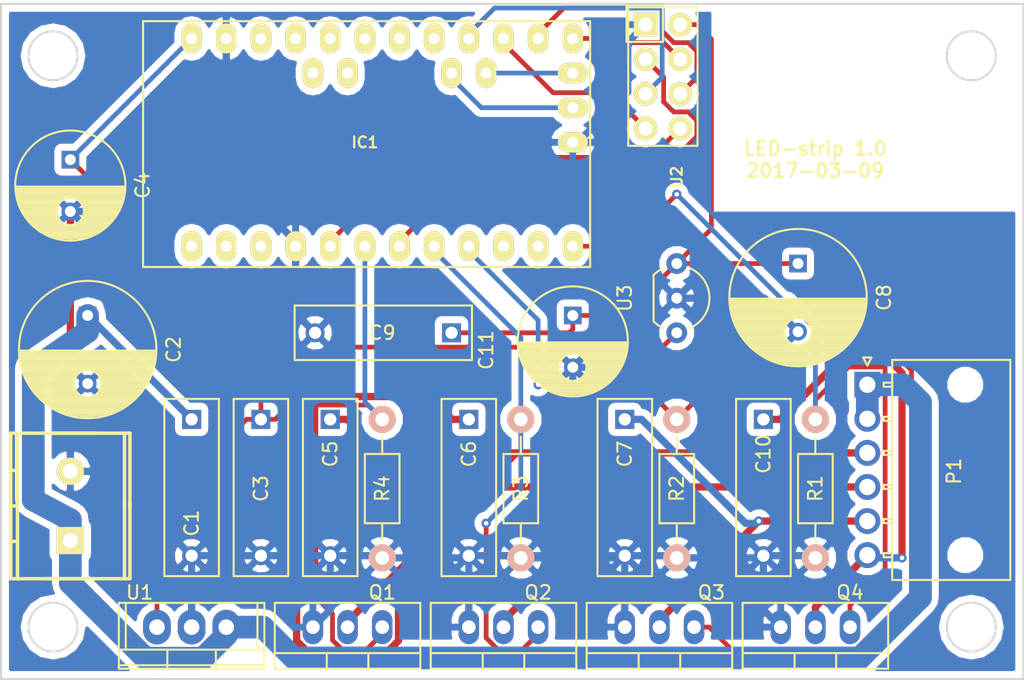
<source format=kicad_pcb>
(kicad_pcb (version 4) (host pcbnew 4.0.5)

  (general
    (links 62)
    (no_connects 0)
    (area 73.430001 63.34 174.065001 127.2908)
    (thickness 1.6)
    (drawings 11)
    (tracks 240)
    (zones 0)
    (modules 25)
    (nets 34)
  )

  (page A4)
  (title_block
    (title LEDstrip)
    (date 2017-03-08)
    (rev 1.0)
  )

  (layers
    (0 F.Cu signal)
    (31 B.Cu signal)
    (36 B.SilkS user hide)
    (37 F.SilkS user)
    (38 B.Mask user)
    (39 F.Mask user)
    (40 Dwgs.User user hide)
    (41 Cmts.User user hide)
    (42 Eco1.User user hide)
    (43 Eco2.User user hide)
    (44 Edge.Cuts user)
    (45 Margin user hide)
    (47 F.CrtYd user hide)
  )

  (setup
    (last_trace_width 0.35)
    (trace_clearance 0.1778)
    (zone_clearance 0.508)
    (zone_45_only yes)
    (trace_min 0.1778)
    (segment_width 0.2)
    (edge_width 0.15)
    (via_size 0.6858)
    (via_drill 0.3302)
    (via_min_size 0.6858)
    (via_min_drill 0.3302)
    (uvia_size 0.0762)
    (uvia_drill 0.0508)
    (uvias_allowed no)
    (uvia_min_size 0)
    (uvia_min_drill 0)
    (pcb_text_width 0.3)
    (pcb_text_size 1.5 1.5)
    (mod_edge_width 0.15)
    (mod_text_size 1 1)
    (mod_text_width 0.15)
    (pad_size 1.524 1.524)
    (pad_drill 0.762)
    (pad_to_mask_clearance 0.2)
    (aux_axis_origin 101.6 73.66)
    (grid_origin 95.25 129.54)
    (visible_elements FFFCEF7F)
    (pcbplotparams
      (layerselection 0x00030_80000001)
      (usegerberextensions false)
      (excludeedgelayer true)
      (linewidth 0.100000)
      (plotframeref false)
      (viasonmask false)
      (mode 1)
      (useauxorigin false)
      (hpglpennumber 1)
      (hpglpenspeed 20)
      (hpglpendiameter 15)
      (hpglpenoverlay 2)
      (psnegative false)
      (psa4output false)
      (plotreference true)
      (plotvalue true)
      (plotinvisibletext false)
      (padsonsilk false)
      (subtractmaskfromsilk false)
      (outputformat 1)
      (mirror false)
      (drillshape 0)
      (scaleselection 1)
      (outputdirectory ""))
  )

  (net 0 "")
  (net 1 +24V)
  (net 2 GND)
  (net 3 "Net-(C3-Pad1)")
  (net 4 /LED_R)
  (net 5 /LED_G)
  (net 6 /LED_B)
  (net 7 /3.3V)
  (net 8 /LED_W)
  (net 9 "Net-(IC1-Pad28)")
  (net 10 "Net-(IC1-Pad27)")
  (net 11 "Net-(IC1-Pad1)")
  (net 12 "Net-(IC1-Pad2)")
  (net 13 "Net-(IC1-Pad3)")
  (net 14 "Net-(IC1-Pad5)")
  (net 15 "Net-(IC1-Pad6)")
  (net 16 "Net-(IC1-Pad7)")
  (net 17 "Net-(IC1-Pad8)")
  (net 18 "Net-(IC1-Pad9)")
  (net 19 "Net-(IC1-Pad10)")
  (net 20 "Net-(IC1-Pad11)")
  (net 21 "Net-(IC1-Pad12)")
  (net 22 "Net-(IC1-Pad13)")
  (net 23 "Net-(IC1-Pad14)")
  (net 24 "Net-(IC1-Pad15)")
  (net 25 "Net-(IC1-Pad16)")
  (net 26 "Net-(IC1-Pad17)")
  (net 27 "Net-(IC1-Pad18)")
  (net 28 "Net-(IC1-Pad19)")
  (net 29 "Net-(IC1-Pad20)")
  (net 30 "Net-(IC1-Pad21)")
  (net 31 "Net-(IC1-Pad22)")
  (net 32 "Net-(IC1-Pad25)")
  (net 33 "Net-(IC1-Pad26)")

  (net_class Default "This is the default net class."
    (clearance 0.1778)
    (trace_width 0.35)
    (via_dia 0.6858)
    (via_drill 0.3302)
    (uvia_dia 0.0762)
    (uvia_drill 0.0508)
    (add_net /3.3V)
    (add_net "Net-(C3-Pad1)")
    (add_net "Net-(IC1-Pad1)")
    (add_net "Net-(IC1-Pad10)")
    (add_net "Net-(IC1-Pad11)")
    (add_net "Net-(IC1-Pad12)")
    (add_net "Net-(IC1-Pad13)")
    (add_net "Net-(IC1-Pad14)")
    (add_net "Net-(IC1-Pad15)")
    (add_net "Net-(IC1-Pad16)")
    (add_net "Net-(IC1-Pad17)")
    (add_net "Net-(IC1-Pad18)")
    (add_net "Net-(IC1-Pad19)")
    (add_net "Net-(IC1-Pad2)")
    (add_net "Net-(IC1-Pad20)")
    (add_net "Net-(IC1-Pad21)")
    (add_net "Net-(IC1-Pad22)")
    (add_net "Net-(IC1-Pad25)")
    (add_net "Net-(IC1-Pad26)")
    (add_net "Net-(IC1-Pad27)")
    (add_net "Net-(IC1-Pad28)")
    (add_net "Net-(IC1-Pad3)")
    (add_net "Net-(IC1-Pad5)")
    (add_net "Net-(IC1-Pad6)")
    (add_net "Net-(IC1-Pad7)")
    (add_net "Net-(IC1-Pad8)")
    (add_net "Net-(IC1-Pad9)")
  )

  (net_class +24V ""
    (clearance 0.1778)
    (trace_width 1.668)
    (via_dia 0.6858)
    (via_drill 0.3302)
    (uvia_dia 0.0762)
    (uvia_drill 0.0508)
    (add_net +24V)
  )

  (net_class Power ""
    (clearance 0.1778)
    (trace_width 0.5334)
    (via_dia 0.6858)
    (via_drill 0.3302)
    (uvia_dia 0.0762)
    (uvia_drill 0.0508)
    (add_net /LED_B)
    (add_net /LED_G)
    (add_net /LED_R)
    (add_net /LED_W)
    (add_net GND)
  )

  (module mysensors_connectors:TerminalBlock2.54mmx2-kcswalter placed (layer F.Cu) (tedit 58C118B0) (tstamp 58C03B48)
    (at 102.87 113.03 270)
    (descr "2-way 2.54mm pitch terminal block, Phoenix MPT series")
    (path /58BC9AA1)
    (fp_text reference J1 (at 0 -2.54 270) (layer F.SilkS) hide
      (effects (font (thickness 0.3048)))
    )
    (fp_text value Screw_Terminal_1x02 (at 0 4.50088 270) (layer F.SilkS) hide
      (effects (font (thickness 0.3048)))
    )
    (fp_line (start 5.33908 -5.6388) (end -0.25908 -5.6388) (layer F.SilkS) (width 0.254))
    (fp_line (start -5.33908 -5.24002) (end 0.25908 -5.24002) (layer F.SilkS) (width 0.254))
    (fp_line (start -5.33908 -5.6388) (end -5.33908 0.5588) (layer F.SilkS) (width 0.254))
    (fp_line (start 5.33908 3.0988) (end 5.33908 -3.0988) (layer F.SilkS) (width 0.254))
    (fp_line (start -5.33908 3.0988) (end 0.25908 3.0988) (layer F.SilkS) (width 0.254))
    (fp_line (start 5.33908 2.60096) (end -0.25908 2.60096) (layer F.SilkS) (width 0.254))
    (fp_line (start 0.25908 2.60096) (end -5.33908 2.60096) (layer F.SilkS) (width 0.254))
    (fp_line (start -2.60096 3.0988) (end -2.60096 2.60096) (layer F.SilkS) (width 0.254))
    (fp_line (start 2.60096 2.60096) (end 2.60096 3.0988) (layer F.SilkS) (width 0.254))
    (fp_line (start 0 3.0988) (end 0 2.60096) (layer F.SilkS) (width 0.254))
    (fp_line (start -0.25908 -5.24002) (end 5.33908 -5.24002) (layer F.SilkS) (width 0.254))
    (fp_line (start -0.25908 3.0988) (end 5.33908 3.0988) (layer F.SilkS) (width 0.254))
    (fp_line (start 5.33908 0.5588) (end 5.33908 -5.6388) (layer F.SilkS) (width 0.254))
    (fp_line (start 0.25908 -5.6388) (end -5.33908 -5.6388) (layer F.SilkS) (width 0.254))
    (fp_line (start -5.33908 -3.0988) (end -5.33908 3.0988) (layer F.SilkS) (width 0.254))
    (pad 2 thru_hole oval (at -2.54 -1.27 270) (size 1.99898 1.99898) (drill 1.09728) (layers *.Cu *.Mask F.SilkS)
      (net 2 GND))
    (pad 1 thru_hole rect (at 2.54 -1.27 270) (size 1.99898 1.99898) (drill 1.09728) (layers *.Cu *.Mask F.SilkS)
      (net 1 +24V))
    (model ${MYSLOCAL}/mysensors.3dshapes/w.lain.3dshapes/conn_mpt/mpt_0,5-2-2,54.wrl
      (at (xyz 0 0 0))
      (scale (xyz 1 1 1))
      (rotate (xyz 0 0 0))
    )
  )

  (module Capacitors_ThroughHole:C_Rect_L13_W4_P10 placed (layer F.Cu) (tedit 58C08766) (tstamp 58C03AE3)
    (at 113.03 106.68 270)
    (descr "Film Capacitor Length 13 x Width 4mm, Pitch 10mm")
    (tags Capacitor)
    (path /58BC2CD8)
    (fp_text reference C1 (at 7.62 0 270) (layer F.SilkS)
      (effects (font (size 1 1) (thickness 0.15)))
    )
    (fp_text value 100n (at 5 3.25 270) (layer F.Fab)
      (effects (font (size 1 1) (thickness 0.15)))
    )
    (fp_line (start -1.75 -2.25) (end 11.75 -2.25) (layer F.CrtYd) (width 0.05))
    (fp_line (start 11.75 -2.25) (end 11.75 2.25) (layer F.CrtYd) (width 0.05))
    (fp_line (start 11.75 2.25) (end -1.75 2.25) (layer F.CrtYd) (width 0.05))
    (fp_line (start -1.75 2.25) (end -1.75 -2.25) (layer F.CrtYd) (width 0.05))
    (fp_line (start -1.5 -2) (end 11.5 -2) (layer F.SilkS) (width 0.15))
    (fp_line (start 11.5 -2) (end 11.5 2) (layer F.SilkS) (width 0.15))
    (fp_line (start 11.5 2) (end -1.5 2) (layer F.SilkS) (width 0.15))
    (fp_line (start -1.5 2) (end -1.5 -2) (layer F.SilkS) (width 0.15))
    (pad 1 thru_hole rect (at 0 0 270) (size 1.4 1.4) (drill 0.9) (layers *.Cu *.Mask)
      (net 1 +24V))
    (pad 2 thru_hole circle (at 10 0 270) (size 1.4 1.4) (drill 0.9) (layers *.Cu *.Mask)
      (net 2 GND))
    (model Capacitors_ThroughHole.3dshapes/C_Rect_L13_W4_P10.wrl
      (at (xyz 0 0 0))
      (scale (xyz 1 1 1))
      (rotate (xyz 0 0 0))
    )
  )

  (module Capacitors_ThroughHole:C_Radial_D10_L13_P5 placed (layer F.Cu) (tedit 0) (tstamp 58C03AE9)
    (at 105.41 99.06 270)
    (descr "Radial Electrolytic Capacitor Diameter 10mm x Length 13mm, Pitch 5mm")
    (tags "Electrolytic Capacitor")
    (path /58BC2D4D)
    (fp_text reference C2 (at 2.5 -6.3 270) (layer F.SilkS)
      (effects (font (size 1 1) (thickness 0.15)))
    )
    (fp_text value "10u 63V" (at 2.5 6.3 270) (layer F.Fab)
      (effects (font (size 1 1) (thickness 0.15)))
    )
    (fp_line (start 2.575 -4.999) (end 2.575 4.999) (layer F.SilkS) (width 0.15))
    (fp_line (start 2.715 -4.995) (end 2.715 4.995) (layer F.SilkS) (width 0.15))
    (fp_line (start 2.855 -4.987) (end 2.855 4.987) (layer F.SilkS) (width 0.15))
    (fp_line (start 2.995 -4.975) (end 2.995 4.975) (layer F.SilkS) (width 0.15))
    (fp_line (start 3.135 -4.96) (end 3.135 4.96) (layer F.SilkS) (width 0.15))
    (fp_line (start 3.275 -4.94) (end 3.275 4.94) (layer F.SilkS) (width 0.15))
    (fp_line (start 3.415 -4.916) (end 3.415 4.916) (layer F.SilkS) (width 0.15))
    (fp_line (start 3.555 -4.887) (end 3.555 4.887) (layer F.SilkS) (width 0.15))
    (fp_line (start 3.695 -4.855) (end 3.695 4.855) (layer F.SilkS) (width 0.15))
    (fp_line (start 3.835 -4.818) (end 3.835 4.818) (layer F.SilkS) (width 0.15))
    (fp_line (start 3.975 -4.777) (end 3.975 4.777) (layer F.SilkS) (width 0.15))
    (fp_line (start 4.115 -4.732) (end 4.115 -0.466) (layer F.SilkS) (width 0.15))
    (fp_line (start 4.115 0.466) (end 4.115 4.732) (layer F.SilkS) (width 0.15))
    (fp_line (start 4.255 -4.682) (end 4.255 -0.667) (layer F.SilkS) (width 0.15))
    (fp_line (start 4.255 0.667) (end 4.255 4.682) (layer F.SilkS) (width 0.15))
    (fp_line (start 4.395 -4.627) (end 4.395 -0.796) (layer F.SilkS) (width 0.15))
    (fp_line (start 4.395 0.796) (end 4.395 4.627) (layer F.SilkS) (width 0.15))
    (fp_line (start 4.535 -4.567) (end 4.535 -0.885) (layer F.SilkS) (width 0.15))
    (fp_line (start 4.535 0.885) (end 4.535 4.567) (layer F.SilkS) (width 0.15))
    (fp_line (start 4.675 -4.502) (end 4.675 -0.946) (layer F.SilkS) (width 0.15))
    (fp_line (start 4.675 0.946) (end 4.675 4.502) (layer F.SilkS) (width 0.15))
    (fp_line (start 4.815 -4.432) (end 4.815 -0.983) (layer F.SilkS) (width 0.15))
    (fp_line (start 4.815 0.983) (end 4.815 4.432) (layer F.SilkS) (width 0.15))
    (fp_line (start 4.955 -4.356) (end 4.955 -0.999) (layer F.SilkS) (width 0.15))
    (fp_line (start 4.955 0.999) (end 4.955 4.356) (layer F.SilkS) (width 0.15))
    (fp_line (start 5.095 -4.274) (end 5.095 -0.995) (layer F.SilkS) (width 0.15))
    (fp_line (start 5.095 0.995) (end 5.095 4.274) (layer F.SilkS) (width 0.15))
    (fp_line (start 5.235 -4.186) (end 5.235 -0.972) (layer F.SilkS) (width 0.15))
    (fp_line (start 5.235 0.972) (end 5.235 4.186) (layer F.SilkS) (width 0.15))
    (fp_line (start 5.375 -4.091) (end 5.375 -0.927) (layer F.SilkS) (width 0.15))
    (fp_line (start 5.375 0.927) (end 5.375 4.091) (layer F.SilkS) (width 0.15))
    (fp_line (start 5.515 -3.989) (end 5.515 -0.857) (layer F.SilkS) (width 0.15))
    (fp_line (start 5.515 0.857) (end 5.515 3.989) (layer F.SilkS) (width 0.15))
    (fp_line (start 5.655 -3.879) (end 5.655 -0.756) (layer F.SilkS) (width 0.15))
    (fp_line (start 5.655 0.756) (end 5.655 3.879) (layer F.SilkS) (width 0.15))
    (fp_line (start 5.795 -3.761) (end 5.795 -0.607) (layer F.SilkS) (width 0.15))
    (fp_line (start 5.795 0.607) (end 5.795 3.761) (layer F.SilkS) (width 0.15))
    (fp_line (start 5.935 -3.633) (end 5.935 -0.355) (layer F.SilkS) (width 0.15))
    (fp_line (start 5.935 0.355) (end 5.935 3.633) (layer F.SilkS) (width 0.15))
    (fp_line (start 6.075 -3.496) (end 6.075 3.496) (layer F.SilkS) (width 0.15))
    (fp_line (start 6.215 -3.346) (end 6.215 3.346) (layer F.SilkS) (width 0.15))
    (fp_line (start 6.355 -3.184) (end 6.355 3.184) (layer F.SilkS) (width 0.15))
    (fp_line (start 6.495 -3.007) (end 6.495 3.007) (layer F.SilkS) (width 0.15))
    (fp_line (start 6.635 -2.811) (end 6.635 2.811) (layer F.SilkS) (width 0.15))
    (fp_line (start 6.775 -2.593) (end 6.775 2.593) (layer F.SilkS) (width 0.15))
    (fp_line (start 6.915 -2.347) (end 6.915 2.347) (layer F.SilkS) (width 0.15))
    (fp_line (start 7.055 -2.062) (end 7.055 2.062) (layer F.SilkS) (width 0.15))
    (fp_line (start 7.195 -1.72) (end 7.195 1.72) (layer F.SilkS) (width 0.15))
    (fp_line (start 7.335 -1.274) (end 7.335 1.274) (layer F.SilkS) (width 0.15))
    (fp_line (start 7.475 -0.499) (end 7.475 0.499) (layer F.SilkS) (width 0.15))
    (fp_circle (center 5 0) (end 5 -1) (layer F.SilkS) (width 0.15))
    (fp_circle (center 2.5 0) (end 2.5 -5.0375) (layer F.SilkS) (width 0.15))
    (fp_circle (center 2.5 0) (end 2.5 -5.3) (layer F.CrtYd) (width 0.05))
    (pad 1 thru_hole rect (at 0 0 270) (size 1.3 1.3) (drill 0.8) (layers *.Cu *.Mask)
      (net 1 +24V))
    (pad 2 thru_hole circle (at 5 0 270) (size 1.3 1.3) (drill 0.8) (layers *.Cu *.Mask)
      (net 2 GND))
    (model Capacitors_ThroughHole.3dshapes/C_Radial_D10_L13_P5.wrl
      (at (xyz 0.0984252 0 0))
      (scale (xyz 1 1 1))
      (rotate (xyz 0 0 90))
    )
  )

  (module Capacitors_ThroughHole:C_Rect_L13_W4_P10 placed (layer F.Cu) (tedit 58C06E03) (tstamp 58C03AEF)
    (at 118.11 106.68 270)
    (descr "Film Capacitor Length 13 x Width 4mm, Pitch 10mm")
    (tags Capacitor)
    (path /58BC2DCD)
    (fp_text reference C3 (at 5.08 0 270) (layer F.SilkS)
      (effects (font (size 1 1) (thickness 0.15)))
    )
    (fp_text value 100n (at 5 3.25 270) (layer F.Fab)
      (effects (font (size 1 1) (thickness 0.15)))
    )
    (fp_line (start -1.75 -2.25) (end 11.75 -2.25) (layer F.CrtYd) (width 0.05))
    (fp_line (start 11.75 -2.25) (end 11.75 2.25) (layer F.CrtYd) (width 0.05))
    (fp_line (start 11.75 2.25) (end -1.75 2.25) (layer F.CrtYd) (width 0.05))
    (fp_line (start -1.75 2.25) (end -1.75 -2.25) (layer F.CrtYd) (width 0.05))
    (fp_line (start -1.5 -2) (end 11.5 -2) (layer F.SilkS) (width 0.15))
    (fp_line (start 11.5 -2) (end 11.5 2) (layer F.SilkS) (width 0.15))
    (fp_line (start 11.5 2) (end -1.5 2) (layer F.SilkS) (width 0.15))
    (fp_line (start -1.5 2) (end -1.5 -2) (layer F.SilkS) (width 0.15))
    (pad 1 thru_hole rect (at 0 0 270) (size 1.4 1.4) (drill 0.9) (layers *.Cu *.Mask)
      (net 3 "Net-(C3-Pad1)"))
    (pad 2 thru_hole circle (at 10 0 270) (size 1.4 1.4) (drill 0.9) (layers *.Cu *.Mask)
      (net 2 GND))
    (model Capacitors_ThroughHole.3dshapes/C_Rect_L13_W4_P10.wrl
      (at (xyz 0 0 0))
      (scale (xyz 1 1 1))
      (rotate (xyz 0 0 0))
    )
  )

  (module Capacitors_ThroughHole:C_Radial_D8_L13_P3.8 placed (layer F.Cu) (tedit 0) (tstamp 58C03AF5)
    (at 104.14 87.63 270)
    (descr "Radial Electrolytic Capacitor Diameter 8mm x Length 13mm, Pitch 3.8mm")
    (tags "Electrolytic Capacitor")
    (path /58BC2E2F)
    (fp_text reference C4 (at 1.9 -5.3 270) (layer F.SilkS)
      (effects (font (size 1 1) (thickness 0.15)))
    )
    (fp_text value 22u (at 1.9 5.3 270) (layer F.Fab)
      (effects (font (size 1 1) (thickness 0.15)))
    )
    (fp_line (start 1.975 -3.999) (end 1.975 3.999) (layer F.SilkS) (width 0.15))
    (fp_line (start 2.115 -3.994) (end 2.115 3.994) (layer F.SilkS) (width 0.15))
    (fp_line (start 2.255 -3.984) (end 2.255 3.984) (layer F.SilkS) (width 0.15))
    (fp_line (start 2.395 -3.969) (end 2.395 3.969) (layer F.SilkS) (width 0.15))
    (fp_line (start 2.535 -3.949) (end 2.535 3.949) (layer F.SilkS) (width 0.15))
    (fp_line (start 2.675 -3.924) (end 2.675 3.924) (layer F.SilkS) (width 0.15))
    (fp_line (start 2.815 -3.894) (end 2.815 -0.173) (layer F.SilkS) (width 0.15))
    (fp_line (start 2.815 0.173) (end 2.815 3.894) (layer F.SilkS) (width 0.15))
    (fp_line (start 2.955 -3.858) (end 2.955 -0.535) (layer F.SilkS) (width 0.15))
    (fp_line (start 2.955 0.535) (end 2.955 3.858) (layer F.SilkS) (width 0.15))
    (fp_line (start 3.095 -3.817) (end 3.095 -0.709) (layer F.SilkS) (width 0.15))
    (fp_line (start 3.095 0.709) (end 3.095 3.817) (layer F.SilkS) (width 0.15))
    (fp_line (start 3.235 -3.771) (end 3.235 -0.825) (layer F.SilkS) (width 0.15))
    (fp_line (start 3.235 0.825) (end 3.235 3.771) (layer F.SilkS) (width 0.15))
    (fp_line (start 3.375 -3.718) (end 3.375 -0.905) (layer F.SilkS) (width 0.15))
    (fp_line (start 3.375 0.905) (end 3.375 3.718) (layer F.SilkS) (width 0.15))
    (fp_line (start 3.515 -3.659) (end 3.515 -0.959) (layer F.SilkS) (width 0.15))
    (fp_line (start 3.515 0.959) (end 3.515 3.659) (layer F.SilkS) (width 0.15))
    (fp_line (start 3.655 -3.594) (end 3.655 -0.989) (layer F.SilkS) (width 0.15))
    (fp_line (start 3.655 0.989) (end 3.655 3.594) (layer F.SilkS) (width 0.15))
    (fp_line (start 3.795 -3.523) (end 3.795 -1) (layer F.SilkS) (width 0.15))
    (fp_line (start 3.795 1) (end 3.795 3.523) (layer F.SilkS) (width 0.15))
    (fp_line (start 3.935 -3.444) (end 3.935 -0.991) (layer F.SilkS) (width 0.15))
    (fp_line (start 3.935 0.991) (end 3.935 3.444) (layer F.SilkS) (width 0.15))
    (fp_line (start 4.075 -3.357) (end 4.075 -0.961) (layer F.SilkS) (width 0.15))
    (fp_line (start 4.075 0.961) (end 4.075 3.357) (layer F.SilkS) (width 0.15))
    (fp_line (start 4.215 -3.262) (end 4.215 -0.91) (layer F.SilkS) (width 0.15))
    (fp_line (start 4.215 0.91) (end 4.215 3.262) (layer F.SilkS) (width 0.15))
    (fp_line (start 4.355 -3.158) (end 4.355 -0.832) (layer F.SilkS) (width 0.15))
    (fp_line (start 4.355 0.832) (end 4.355 3.158) (layer F.SilkS) (width 0.15))
    (fp_line (start 4.495 -3.044) (end 4.495 -0.719) (layer F.SilkS) (width 0.15))
    (fp_line (start 4.495 0.719) (end 4.495 3.044) (layer F.SilkS) (width 0.15))
    (fp_line (start 4.635 -2.919) (end 4.635 -0.55) (layer F.SilkS) (width 0.15))
    (fp_line (start 4.635 0.55) (end 4.635 2.919) (layer F.SilkS) (width 0.15))
    (fp_line (start 4.775 -2.781) (end 4.775 -0.222) (layer F.SilkS) (width 0.15))
    (fp_line (start 4.775 0.222) (end 4.775 2.781) (layer F.SilkS) (width 0.15))
    (fp_line (start 4.915 -2.629) (end 4.915 2.629) (layer F.SilkS) (width 0.15))
    (fp_line (start 5.055 -2.459) (end 5.055 2.459) (layer F.SilkS) (width 0.15))
    (fp_line (start 5.195 -2.268) (end 5.195 2.268) (layer F.SilkS) (width 0.15))
    (fp_line (start 5.335 -2.05) (end 5.335 2.05) (layer F.SilkS) (width 0.15))
    (fp_line (start 5.475 -1.794) (end 5.475 1.794) (layer F.SilkS) (width 0.15))
    (fp_line (start 5.615 -1.483) (end 5.615 1.483) (layer F.SilkS) (width 0.15))
    (fp_line (start 5.755 -1.067) (end 5.755 1.067) (layer F.SilkS) (width 0.15))
    (fp_line (start 5.895 -0.2) (end 5.895 0.2) (layer F.SilkS) (width 0.15))
    (fp_circle (center 3.8 0) (end 3.8 -1) (layer F.SilkS) (width 0.15))
    (fp_circle (center 1.9 0) (end 1.9 -4.0375) (layer F.SilkS) (width 0.15))
    (fp_circle (center 1.9 0) (end 1.9 -4.3) (layer F.CrtYd) (width 0.05))
    (pad 1 thru_hole rect (at 0 0 270) (size 1.3 1.3) (drill 0.8) (layers *.Cu *.Mask)
      (net 3 "Net-(C3-Pad1)"))
    (pad 2 thru_hole circle (at 3.8 0 270) (size 1.3 1.3) (drill 0.8) (layers *.Cu *.Mask)
      (net 2 GND))
    (model Capacitors_ThroughHole.3dshapes/C_Radial_D8_L13_P3.8.wrl
      (at (xyz 0.0748031 0 0))
      (scale (xyz 1 1 1))
      (rotate (xyz 0 0 90))
    )
  )

  (module Capacitors_ThroughHole:C_Rect_L13_W4_P10 placed (layer F.Cu) (tedit 58C06E2A) (tstamp 58C03AFB)
    (at 123.19 106.68 270)
    (descr "Film Capacitor Length 13 x Width 4mm, Pitch 10mm")
    (tags Capacitor)
    (path /58BC3D37)
    (fp_text reference C5 (at 2.54 0 270) (layer F.SilkS)
      (effects (font (size 1 1) (thickness 0.15)))
    )
    (fp_text value 100n (at 5 3.25 270) (layer F.Fab)
      (effects (font (size 1 1) (thickness 0.15)))
    )
    (fp_line (start -1.75 -2.25) (end 11.75 -2.25) (layer F.CrtYd) (width 0.05))
    (fp_line (start 11.75 -2.25) (end 11.75 2.25) (layer F.CrtYd) (width 0.05))
    (fp_line (start 11.75 2.25) (end -1.75 2.25) (layer F.CrtYd) (width 0.05))
    (fp_line (start -1.75 2.25) (end -1.75 -2.25) (layer F.CrtYd) (width 0.05))
    (fp_line (start -1.5 -2) (end 11.5 -2) (layer F.SilkS) (width 0.15))
    (fp_line (start 11.5 -2) (end 11.5 2) (layer F.SilkS) (width 0.15))
    (fp_line (start 11.5 2) (end -1.5 2) (layer F.SilkS) (width 0.15))
    (fp_line (start -1.5 2) (end -1.5 -2) (layer F.SilkS) (width 0.15))
    (pad 1 thru_hole rect (at 0 0 270) (size 1.4 1.4) (drill 0.9) (layers *.Cu *.Mask)
      (net 4 /LED_R))
    (pad 2 thru_hole circle (at 10 0 270) (size 1.4 1.4) (drill 0.9) (layers *.Cu *.Mask)
      (net 2 GND))
    (model Capacitors_ThroughHole.3dshapes/C_Rect_L13_W4_P10.wrl
      (at (xyz 0 0 0))
      (scale (xyz 1 1 1))
      (rotate (xyz 0 0 0))
    )
  )

  (module Capacitors_ThroughHole:C_Rect_L13_W4_P10 placed (layer F.Cu) (tedit 58C06E38) (tstamp 58C03B01)
    (at 133.35 106.68 270)
    (descr "Film Capacitor Length 13 x Width 4mm, Pitch 10mm")
    (tags Capacitor)
    (path /58BC3DBC)
    (fp_text reference C6 (at 2.54 0 270) (layer F.SilkS)
      (effects (font (size 1 1) (thickness 0.15)))
    )
    (fp_text value 100n (at 5 3.25 270) (layer F.Fab)
      (effects (font (size 1 1) (thickness 0.15)))
    )
    (fp_line (start -1.75 -2.25) (end 11.75 -2.25) (layer F.CrtYd) (width 0.05))
    (fp_line (start 11.75 -2.25) (end 11.75 2.25) (layer F.CrtYd) (width 0.05))
    (fp_line (start 11.75 2.25) (end -1.75 2.25) (layer F.CrtYd) (width 0.05))
    (fp_line (start -1.75 2.25) (end -1.75 -2.25) (layer F.CrtYd) (width 0.05))
    (fp_line (start -1.5 -2) (end 11.5 -2) (layer F.SilkS) (width 0.15))
    (fp_line (start 11.5 -2) (end 11.5 2) (layer F.SilkS) (width 0.15))
    (fp_line (start 11.5 2) (end -1.5 2) (layer F.SilkS) (width 0.15))
    (fp_line (start -1.5 2) (end -1.5 -2) (layer F.SilkS) (width 0.15))
    (pad 1 thru_hole rect (at 0 0 270) (size 1.4 1.4) (drill 0.9) (layers *.Cu *.Mask)
      (net 5 /LED_G))
    (pad 2 thru_hole circle (at 10 0 270) (size 1.4 1.4) (drill 0.9) (layers *.Cu *.Mask)
      (net 2 GND))
    (model Capacitors_ThroughHole.3dshapes/C_Rect_L13_W4_P10.wrl
      (at (xyz 0 0 0))
      (scale (xyz 1 1 1))
      (rotate (xyz 0 0 0))
    )
  )

  (module Capacitors_ThroughHole:C_Rect_L13_W4_P10 placed (layer F.Cu) (tedit 58C06E44) (tstamp 58C03B07)
    (at 144.78 106.68 270)
    (descr "Film Capacitor Length 13 x Width 4mm, Pitch 10mm")
    (tags Capacitor)
    (path /58BC3E05)
    (fp_text reference C7 (at 2.54 0 270) (layer F.SilkS)
      (effects (font (size 1 1) (thickness 0.15)))
    )
    (fp_text value 100n (at 5 3.25 270) (layer F.Fab)
      (effects (font (size 1 1) (thickness 0.15)))
    )
    (fp_line (start -1.75 -2.25) (end 11.75 -2.25) (layer F.CrtYd) (width 0.05))
    (fp_line (start 11.75 -2.25) (end 11.75 2.25) (layer F.CrtYd) (width 0.05))
    (fp_line (start 11.75 2.25) (end -1.75 2.25) (layer F.CrtYd) (width 0.05))
    (fp_line (start -1.75 2.25) (end -1.75 -2.25) (layer F.CrtYd) (width 0.05))
    (fp_line (start -1.5 -2) (end 11.5 -2) (layer F.SilkS) (width 0.15))
    (fp_line (start 11.5 -2) (end 11.5 2) (layer F.SilkS) (width 0.15))
    (fp_line (start 11.5 2) (end -1.5 2) (layer F.SilkS) (width 0.15))
    (fp_line (start -1.5 2) (end -1.5 -2) (layer F.SilkS) (width 0.15))
    (pad 1 thru_hole rect (at 0 0 270) (size 1.4 1.4) (drill 0.9) (layers *.Cu *.Mask)
      (net 6 /LED_B))
    (pad 2 thru_hole circle (at 10 0 270) (size 1.4 1.4) (drill 0.9) (layers *.Cu *.Mask)
      (net 2 GND))
    (model Capacitors_ThroughHole.3dshapes/C_Rect_L13_W4_P10.wrl
      (at (xyz 0 0 0))
      (scale (xyz 1 1 1))
      (rotate (xyz 0 0 0))
    )
  )

  (module Capacitors_ThroughHole:C_Radial_D10_L13_P5 placed (layer F.Cu) (tedit 0) (tstamp 58C03B0D)
    (at 157.48 95.25 270)
    (descr "Radial Electrolytic Capacitor Diameter 10mm x Length 13mm, Pitch 5mm")
    (tags "Electrolytic Capacitor")
    (path /58BC0BDE)
    (fp_text reference C8 (at 2.5 -6.3 270) (layer F.SilkS)
      (effects (font (size 1 1) (thickness 0.15)))
    )
    (fp_text value 10u (at 2.5 6.3 270) (layer F.Fab)
      (effects (font (size 1 1) (thickness 0.15)))
    )
    (fp_line (start 2.575 -4.999) (end 2.575 4.999) (layer F.SilkS) (width 0.15))
    (fp_line (start 2.715 -4.995) (end 2.715 4.995) (layer F.SilkS) (width 0.15))
    (fp_line (start 2.855 -4.987) (end 2.855 4.987) (layer F.SilkS) (width 0.15))
    (fp_line (start 2.995 -4.975) (end 2.995 4.975) (layer F.SilkS) (width 0.15))
    (fp_line (start 3.135 -4.96) (end 3.135 4.96) (layer F.SilkS) (width 0.15))
    (fp_line (start 3.275 -4.94) (end 3.275 4.94) (layer F.SilkS) (width 0.15))
    (fp_line (start 3.415 -4.916) (end 3.415 4.916) (layer F.SilkS) (width 0.15))
    (fp_line (start 3.555 -4.887) (end 3.555 4.887) (layer F.SilkS) (width 0.15))
    (fp_line (start 3.695 -4.855) (end 3.695 4.855) (layer F.SilkS) (width 0.15))
    (fp_line (start 3.835 -4.818) (end 3.835 4.818) (layer F.SilkS) (width 0.15))
    (fp_line (start 3.975 -4.777) (end 3.975 4.777) (layer F.SilkS) (width 0.15))
    (fp_line (start 4.115 -4.732) (end 4.115 -0.466) (layer F.SilkS) (width 0.15))
    (fp_line (start 4.115 0.466) (end 4.115 4.732) (layer F.SilkS) (width 0.15))
    (fp_line (start 4.255 -4.682) (end 4.255 -0.667) (layer F.SilkS) (width 0.15))
    (fp_line (start 4.255 0.667) (end 4.255 4.682) (layer F.SilkS) (width 0.15))
    (fp_line (start 4.395 -4.627) (end 4.395 -0.796) (layer F.SilkS) (width 0.15))
    (fp_line (start 4.395 0.796) (end 4.395 4.627) (layer F.SilkS) (width 0.15))
    (fp_line (start 4.535 -4.567) (end 4.535 -0.885) (layer F.SilkS) (width 0.15))
    (fp_line (start 4.535 0.885) (end 4.535 4.567) (layer F.SilkS) (width 0.15))
    (fp_line (start 4.675 -4.502) (end 4.675 -0.946) (layer F.SilkS) (width 0.15))
    (fp_line (start 4.675 0.946) (end 4.675 4.502) (layer F.SilkS) (width 0.15))
    (fp_line (start 4.815 -4.432) (end 4.815 -0.983) (layer F.SilkS) (width 0.15))
    (fp_line (start 4.815 0.983) (end 4.815 4.432) (layer F.SilkS) (width 0.15))
    (fp_line (start 4.955 -4.356) (end 4.955 -0.999) (layer F.SilkS) (width 0.15))
    (fp_line (start 4.955 0.999) (end 4.955 4.356) (layer F.SilkS) (width 0.15))
    (fp_line (start 5.095 -4.274) (end 5.095 -0.995) (layer F.SilkS) (width 0.15))
    (fp_line (start 5.095 0.995) (end 5.095 4.274) (layer F.SilkS) (width 0.15))
    (fp_line (start 5.235 -4.186) (end 5.235 -0.972) (layer F.SilkS) (width 0.15))
    (fp_line (start 5.235 0.972) (end 5.235 4.186) (layer F.SilkS) (width 0.15))
    (fp_line (start 5.375 -4.091) (end 5.375 -0.927) (layer F.SilkS) (width 0.15))
    (fp_line (start 5.375 0.927) (end 5.375 4.091) (layer F.SilkS) (width 0.15))
    (fp_line (start 5.515 -3.989) (end 5.515 -0.857) (layer F.SilkS) (width 0.15))
    (fp_line (start 5.515 0.857) (end 5.515 3.989) (layer F.SilkS) (width 0.15))
    (fp_line (start 5.655 -3.879) (end 5.655 -0.756) (layer F.SilkS) (width 0.15))
    (fp_line (start 5.655 0.756) (end 5.655 3.879) (layer F.SilkS) (width 0.15))
    (fp_line (start 5.795 -3.761) (end 5.795 -0.607) (layer F.SilkS) (width 0.15))
    (fp_line (start 5.795 0.607) (end 5.795 3.761) (layer F.SilkS) (width 0.15))
    (fp_line (start 5.935 -3.633) (end 5.935 -0.355) (layer F.SilkS) (width 0.15))
    (fp_line (start 5.935 0.355) (end 5.935 3.633) (layer F.SilkS) (width 0.15))
    (fp_line (start 6.075 -3.496) (end 6.075 3.496) (layer F.SilkS) (width 0.15))
    (fp_line (start 6.215 -3.346) (end 6.215 3.346) (layer F.SilkS) (width 0.15))
    (fp_line (start 6.355 -3.184) (end 6.355 3.184) (layer F.SilkS) (width 0.15))
    (fp_line (start 6.495 -3.007) (end 6.495 3.007) (layer F.SilkS) (width 0.15))
    (fp_line (start 6.635 -2.811) (end 6.635 2.811) (layer F.SilkS) (width 0.15))
    (fp_line (start 6.775 -2.593) (end 6.775 2.593) (layer F.SilkS) (width 0.15))
    (fp_line (start 6.915 -2.347) (end 6.915 2.347) (layer F.SilkS) (width 0.15))
    (fp_line (start 7.055 -2.062) (end 7.055 2.062) (layer F.SilkS) (width 0.15))
    (fp_line (start 7.195 -1.72) (end 7.195 1.72) (layer F.SilkS) (width 0.15))
    (fp_line (start 7.335 -1.274) (end 7.335 1.274) (layer F.SilkS) (width 0.15))
    (fp_line (start 7.475 -0.499) (end 7.475 0.499) (layer F.SilkS) (width 0.15))
    (fp_circle (center 5 0) (end 5 -1) (layer F.SilkS) (width 0.15))
    (fp_circle (center 2.5 0) (end 2.5 -5.0375) (layer F.SilkS) (width 0.15))
    (fp_circle (center 2.5 0) (end 2.5 -5.3) (layer F.CrtYd) (width 0.05))
    (pad 1 thru_hole rect (at 0 0 270) (size 1.3 1.3) (drill 0.8) (layers *.Cu *.Mask)
      (net 7 /3.3V))
    (pad 2 thru_hole circle (at 5 0 270) (size 1.3 1.3) (drill 0.8) (layers *.Cu *.Mask)
      (net 2 GND))
    (model Capacitors_ThroughHole.3dshapes/C_Radial_D10_L13_P5.wrl
      (at (xyz 0.0984252 0 0))
      (scale (xyz 1 1 1))
      (rotate (xyz 0 0 90))
    )
  )

  (module Capacitors_ThroughHole:C_Rect_L13_W4_P10 placed (layer F.Cu) (tedit 58C06E1E) (tstamp 58C03B13)
    (at 132.08 100.33 180)
    (descr "Film Capacitor Length 13 x Width 4mm, Pitch 10mm")
    (tags Capacitor)
    (path /58BC0C88)
    (fp_text reference C9 (at 5.08 0 180) (layer F.SilkS)
      (effects (font (size 1 1) (thickness 0.15)))
    )
    (fp_text value 100n (at 5 3.25 180) (layer F.Fab)
      (effects (font (size 1 1) (thickness 0.15)))
    )
    (fp_line (start -1.75 -2.25) (end 11.75 -2.25) (layer F.CrtYd) (width 0.05))
    (fp_line (start 11.75 -2.25) (end 11.75 2.25) (layer F.CrtYd) (width 0.05))
    (fp_line (start 11.75 2.25) (end -1.75 2.25) (layer F.CrtYd) (width 0.05))
    (fp_line (start -1.75 2.25) (end -1.75 -2.25) (layer F.CrtYd) (width 0.05))
    (fp_line (start -1.5 -2) (end 11.5 -2) (layer F.SilkS) (width 0.15))
    (fp_line (start 11.5 -2) (end 11.5 2) (layer F.SilkS) (width 0.15))
    (fp_line (start 11.5 2) (end -1.5 2) (layer F.SilkS) (width 0.15))
    (fp_line (start -1.5 2) (end -1.5 -2) (layer F.SilkS) (width 0.15))
    (pad 1 thru_hole rect (at 0 0 180) (size 1.4 1.4) (drill 0.9) (layers *.Cu *.Mask)
      (net 7 /3.3V))
    (pad 2 thru_hole circle (at 10 0 180) (size 1.4 1.4) (drill 0.9) (layers *.Cu *.Mask)
      (net 2 GND))
    (model Capacitors_ThroughHole.3dshapes/C_Rect_L13_W4_P10.wrl
      (at (xyz 0 0 0))
      (scale (xyz 1 1 1))
      (rotate (xyz 0 0 0))
    )
  )

  (module Capacitors_ThroughHole:C_Rect_L13_W4_P10 placed (layer F.Cu) (tedit 58C06E50) (tstamp 58C03B19)
    (at 154.94 106.68 270)
    (descr "Film Capacitor Length 13 x Width 4mm, Pitch 10mm")
    (tags Capacitor)
    (path /58BC3E51)
    (fp_text reference C10 (at 2.54 0 270) (layer F.SilkS)
      (effects (font (size 1 1) (thickness 0.15)))
    )
    (fp_text value 100n (at 5 3.25 270) (layer F.Fab)
      (effects (font (size 1 1) (thickness 0.15)))
    )
    (fp_line (start -1.75 -2.25) (end 11.75 -2.25) (layer F.CrtYd) (width 0.05))
    (fp_line (start 11.75 -2.25) (end 11.75 2.25) (layer F.CrtYd) (width 0.05))
    (fp_line (start 11.75 2.25) (end -1.75 2.25) (layer F.CrtYd) (width 0.05))
    (fp_line (start -1.75 2.25) (end -1.75 -2.25) (layer F.CrtYd) (width 0.05))
    (fp_line (start -1.5 -2) (end 11.5 -2) (layer F.SilkS) (width 0.15))
    (fp_line (start 11.5 -2) (end 11.5 2) (layer F.SilkS) (width 0.15))
    (fp_line (start 11.5 2) (end -1.5 2) (layer F.SilkS) (width 0.15))
    (fp_line (start -1.5 2) (end -1.5 -2) (layer F.SilkS) (width 0.15))
    (pad 1 thru_hole rect (at 0 0 270) (size 1.4 1.4) (drill 0.9) (layers *.Cu *.Mask)
      (net 8 /LED_W))
    (pad 2 thru_hole circle (at 10 0 270) (size 1.4 1.4) (drill 0.9) (layers *.Cu *.Mask)
      (net 2 GND))
    (model Capacitors_ThroughHole.3dshapes/C_Rect_L13_W4_P10.wrl
      (at (xyz 0 0 0))
      (scale (xyz 1 1 1))
      (rotate (xyz 0 0 0))
    )
  )

  (module Capacitors_ThroughHole:C_Radial_D8_L13_P3.8 placed (layer F.Cu) (tedit 58C0877B) (tstamp 58C03B1F)
    (at 140.97 99.06 270)
    (descr "Radial Electrolytic Capacitor Diameter 8mm x Length 13mm, Pitch 3.8mm")
    (tags "Electrolytic Capacitor")
    (path /58BC0C33)
    (fp_text reference C11 (at 2.54 6.35 270) (layer F.SilkS)
      (effects (font (size 1 1) (thickness 0.15)))
    )
    (fp_text value 22u (at 1.9 5.3 270) (layer F.Fab)
      (effects (font (size 1 1) (thickness 0.15)))
    )
    (fp_line (start 1.975 -3.999) (end 1.975 3.999) (layer F.SilkS) (width 0.15))
    (fp_line (start 2.115 -3.994) (end 2.115 3.994) (layer F.SilkS) (width 0.15))
    (fp_line (start 2.255 -3.984) (end 2.255 3.984) (layer F.SilkS) (width 0.15))
    (fp_line (start 2.395 -3.969) (end 2.395 3.969) (layer F.SilkS) (width 0.15))
    (fp_line (start 2.535 -3.949) (end 2.535 3.949) (layer F.SilkS) (width 0.15))
    (fp_line (start 2.675 -3.924) (end 2.675 3.924) (layer F.SilkS) (width 0.15))
    (fp_line (start 2.815 -3.894) (end 2.815 -0.173) (layer F.SilkS) (width 0.15))
    (fp_line (start 2.815 0.173) (end 2.815 3.894) (layer F.SilkS) (width 0.15))
    (fp_line (start 2.955 -3.858) (end 2.955 -0.535) (layer F.SilkS) (width 0.15))
    (fp_line (start 2.955 0.535) (end 2.955 3.858) (layer F.SilkS) (width 0.15))
    (fp_line (start 3.095 -3.817) (end 3.095 -0.709) (layer F.SilkS) (width 0.15))
    (fp_line (start 3.095 0.709) (end 3.095 3.817) (layer F.SilkS) (width 0.15))
    (fp_line (start 3.235 -3.771) (end 3.235 -0.825) (layer F.SilkS) (width 0.15))
    (fp_line (start 3.235 0.825) (end 3.235 3.771) (layer F.SilkS) (width 0.15))
    (fp_line (start 3.375 -3.718) (end 3.375 -0.905) (layer F.SilkS) (width 0.15))
    (fp_line (start 3.375 0.905) (end 3.375 3.718) (layer F.SilkS) (width 0.15))
    (fp_line (start 3.515 -3.659) (end 3.515 -0.959) (layer F.SilkS) (width 0.15))
    (fp_line (start 3.515 0.959) (end 3.515 3.659) (layer F.SilkS) (width 0.15))
    (fp_line (start 3.655 -3.594) (end 3.655 -0.989) (layer F.SilkS) (width 0.15))
    (fp_line (start 3.655 0.989) (end 3.655 3.594) (layer F.SilkS) (width 0.15))
    (fp_line (start 3.795 -3.523) (end 3.795 -1) (layer F.SilkS) (width 0.15))
    (fp_line (start 3.795 1) (end 3.795 3.523) (layer F.SilkS) (width 0.15))
    (fp_line (start 3.935 -3.444) (end 3.935 -0.991) (layer F.SilkS) (width 0.15))
    (fp_line (start 3.935 0.991) (end 3.935 3.444) (layer F.SilkS) (width 0.15))
    (fp_line (start 4.075 -3.357) (end 4.075 -0.961) (layer F.SilkS) (width 0.15))
    (fp_line (start 4.075 0.961) (end 4.075 3.357) (layer F.SilkS) (width 0.15))
    (fp_line (start 4.215 -3.262) (end 4.215 -0.91) (layer F.SilkS) (width 0.15))
    (fp_line (start 4.215 0.91) (end 4.215 3.262) (layer F.SilkS) (width 0.15))
    (fp_line (start 4.355 -3.158) (end 4.355 -0.832) (layer F.SilkS) (width 0.15))
    (fp_line (start 4.355 0.832) (end 4.355 3.158) (layer F.SilkS) (width 0.15))
    (fp_line (start 4.495 -3.044) (end 4.495 -0.719) (layer F.SilkS) (width 0.15))
    (fp_line (start 4.495 0.719) (end 4.495 3.044) (layer F.SilkS) (width 0.15))
    (fp_line (start 4.635 -2.919) (end 4.635 -0.55) (layer F.SilkS) (width 0.15))
    (fp_line (start 4.635 0.55) (end 4.635 2.919) (layer F.SilkS) (width 0.15))
    (fp_line (start 4.775 -2.781) (end 4.775 -0.222) (layer F.SilkS) (width 0.15))
    (fp_line (start 4.775 0.222) (end 4.775 2.781) (layer F.SilkS) (width 0.15))
    (fp_line (start 4.915 -2.629) (end 4.915 2.629) (layer F.SilkS) (width 0.15))
    (fp_line (start 5.055 -2.459) (end 5.055 2.459) (layer F.SilkS) (width 0.15))
    (fp_line (start 5.195 -2.268) (end 5.195 2.268) (layer F.SilkS) (width 0.15))
    (fp_line (start 5.335 -2.05) (end 5.335 2.05) (layer F.SilkS) (width 0.15))
    (fp_line (start 5.475 -1.794) (end 5.475 1.794) (layer F.SilkS) (width 0.15))
    (fp_line (start 5.615 -1.483) (end 5.615 1.483) (layer F.SilkS) (width 0.15))
    (fp_line (start 5.755 -1.067) (end 5.755 1.067) (layer F.SilkS) (width 0.15))
    (fp_line (start 5.895 -0.2) (end 5.895 0.2) (layer F.SilkS) (width 0.15))
    (fp_circle (center 3.8 0) (end 3.8 -1) (layer F.SilkS) (width 0.15))
    (fp_circle (center 1.9 0) (end 1.9 -4.0375) (layer F.SilkS) (width 0.15))
    (fp_circle (center 1.9 0) (end 1.9 -4.3) (layer F.CrtYd) (width 0.05))
    (pad 1 thru_hole rect (at 0 0 270) (size 1.3 1.3) (drill 0.8) (layers *.Cu *.Mask)
      (net 7 /3.3V))
    (pad 2 thru_hole circle (at 3.8 0 270) (size 1.3 1.3) (drill 0.8) (layers *.Cu *.Mask)
      (net 2 GND))
    (model Capacitors_ThroughHole.3dshapes/C_Radial_D8_L13_P3.8.wrl
      (at (xyz 0.0748031 0 0))
      (scale (xyz 1 1 1))
      (rotate (xyz 0 0 90))
    )
  )

  (module mysensors_arduino:pro_mini placed (layer F.Cu) (tedit 58C06E0E) (tstamp 58C03B42)
    (at 127 86.36)
    (descr "IC, ARDUINO_PRO_MINI x 0,6\"")
    (tags "DIL ARDUINO PRO MINI")
    (path /58BC0AAF)
    (fp_text reference IC1 (at -1.27 0) (layer F.SilkS)
      (effects (font (size 0.8 0.8) (thickness 0.16)))
    )
    (fp_text value ArduinoProMini (at 0 0) (layer F.Fab) hide
      (effects (font (size 0.8 0.8) (thickness 0.16)))
    )
    (fp_line (start 15.24 9.144) (end 15.24 -8.89) (layer F.SilkS) (width 0.15))
    (fp_line (start -17.526 -8.89) (end -17.526 9.144) (layer F.SilkS) (width 0.15))
    (fp_line (start 15.24 9.144) (end -17.526 9.144) (layer F.SilkS) (width 0.15))
    (fp_line (start -17.526 -8.89) (end 15.24 -8.89) (layer F.SilkS) (width 0.15))
    (pad 28 thru_hole oval (at 5.08 -5.08) (size 1.50114 2.19964) (drill 0.8001) (layers *.Cu *.Mask F.SilkS)
      (net 9 "Net-(IC1-Pad28)"))
    (pad 27 thru_hole oval (at 7.62 -5.08) (size 1.50114 2.19964) (drill 0.8001) (layers *.Cu *.Mask F.SilkS)
      (net 10 "Net-(IC1-Pad27)"))
    (pad 1 thru_hole oval (at -13.97 7.62) (size 1.50114 2.19964) (drill 0.8001) (layers *.Cu *.Mask F.SilkS)
      (net 11 "Net-(IC1-Pad1)"))
    (pad 2 thru_hole oval (at -11.43 7.62) (size 1.50114 2.19964) (drill 0.8001) (layers *.Cu *.Mask F.SilkS)
      (net 12 "Net-(IC1-Pad2)"))
    (pad 3 thru_hole oval (at -8.89 7.62) (size 1.50114 2.19964) (drill 0.8001) (layers *.Cu *.Mask F.SilkS)
      (net 13 "Net-(IC1-Pad3)"))
    (pad 4 thru_hole oval (at -6.35 7.62) (size 1.50114 2.19964) (drill 0.8001) (layers *.Cu *.Mask F.SilkS)
      (net 2 GND))
    (pad 5 thru_hole oval (at -3.81 7.62) (size 1.50114 2.19964) (drill 0.8001) (layers *.Cu *.Mask F.SilkS)
      (net 14 "Net-(IC1-Pad5)"))
    (pad 6 thru_hole oval (at -1.27 7.62) (size 1.50114 2.19964) (drill 0.8001) (layers *.Cu *.Mask F.SilkS)
      (net 15 "Net-(IC1-Pad6)"))
    (pad 7 thru_hole oval (at 1.27 7.62) (size 1.50114 2.19964) (drill 0.8001) (layers *.Cu *.Mask F.SilkS)
      (net 16 "Net-(IC1-Pad7)"))
    (pad 8 thru_hole oval (at 3.81 7.62) (size 1.50114 2.19964) (drill 0.8001) (layers *.Cu *.Mask F.SilkS)
      (net 17 "Net-(IC1-Pad8)"))
    (pad 9 thru_hole oval (at 6.35 7.62) (size 1.50114 2.19964) (drill 0.8001) (layers *.Cu *.Mask F.SilkS)
      (net 18 "Net-(IC1-Pad9)"))
    (pad 10 thru_hole oval (at 8.89 7.62) (size 1.50114 2.19964) (drill 0.8001) (layers *.Cu *.Mask F.SilkS)
      (net 19 "Net-(IC1-Pad10)"))
    (pad 11 thru_hole oval (at 11.43 7.62) (size 1.50114 2.19964) (drill 0.8001) (layers *.Cu *.Mask F.SilkS)
      (net 20 "Net-(IC1-Pad11)"))
    (pad 12 thru_hole oval (at 13.97 7.62) (size 1.50114 2.19964) (drill 0.8001) (layers *.Cu *.Mask F.SilkS)
      (net 21 "Net-(IC1-Pad12)"))
    (pad 13 thru_hole oval (at 13.97 -7.62) (size 1.50114 2.19964) (drill 0.8001) (layers *.Cu *.Mask F.SilkS)
      (net 22 "Net-(IC1-Pad13)"))
    (pad 14 thru_hole oval (at 11.43 -7.62) (size 1.50114 2.19964) (drill 0.8001) (layers *.Cu *.Mask F.SilkS)
      (net 23 "Net-(IC1-Pad14)"))
    (pad 15 thru_hole oval (at 8.89 -7.62) (size 1.50114 2.19964) (drill 0.8001) (layers *.Cu *.Mask F.SilkS)
      (net 24 "Net-(IC1-Pad15)"))
    (pad 16 thru_hole oval (at 6.35 -7.62) (size 1.50114 2.19964) (drill 0.8001) (layers *.Cu *.Mask F.SilkS)
      (net 25 "Net-(IC1-Pad16)"))
    (pad 17 thru_hole oval (at 3.81 -7.62) (size 1.50114 2.19964) (drill 0.8001) (layers *.Cu *.Mask F.SilkS)
      (net 26 "Net-(IC1-Pad17)"))
    (pad 18 thru_hole oval (at 1.27 -7.62) (size 1.50114 2.19964) (drill 0.8001) (layers *.Cu *.Mask F.SilkS)
      (net 27 "Net-(IC1-Pad18)"))
    (pad 19 thru_hole oval (at -1.27 -7.62) (size 1.50114 2.19964) (drill 0.8001) (layers *.Cu *.Mask F.SilkS)
      (net 28 "Net-(IC1-Pad19)"))
    (pad 20 thru_hole oval (at -3.81 -7.62) (size 1.50114 2.19964) (drill 0.8001) (layers *.Cu *.Mask F.SilkS)
      (net 29 "Net-(IC1-Pad20)"))
    (pad 21 thru_hole oval (at -6.35 -7.62) (size 1.50114 2.19964) (drill 0.8001) (layers *.Cu *.Mask F.SilkS)
      (net 30 "Net-(IC1-Pad21)"))
    (pad 22 thru_hole oval (at -8.89 -7.62) (size 1.50114 2.19964) (drill 0.8001) (layers *.Cu *.Mask F.SilkS)
      (net 31 "Net-(IC1-Pad22)"))
    (pad 23 thru_hole oval (at -11.43 -7.62) (size 1.50114 2.19964) (drill 0.8001) (layers *.Cu *.Mask F.SilkS)
      (net 2 GND))
    (pad 24 thru_hole oval (at -13.97 -7.62) (size 1.50114 2.19964) (drill 0.8001) (layers *.Cu *.Mask F.SilkS)
      (net 3 "Net-(C3-Pad1)"))
    (pad 25 thru_hole oval (at -2.54 -5.08) (size 1.50114 2.19964) (drill 0.8001) (layers *.Cu *.Mask F.SilkS)
      (net 32 "Net-(IC1-Pad25)"))
    (pad 26 thru_hole oval (at -5.08 -5.08) (size 1.50114 2.19964) (drill 0.8001) (layers *.Cu *.Mask F.SilkS)
      (net 33 "Net-(IC1-Pad26)"))
    (pad 27 thru_hole oval (at 13.97 -5.08) (size 2.19964 1.50114) (drill 0.8001) (layers *.Cu *.Mask F.SilkS)
      (net 10 "Net-(IC1-Pad27)"))
    (pad 28 thru_hole oval (at 13.97 -2.54) (size 2.19964 1.50114) (drill 0.8001) (layers *.Cu *.Mask F.SilkS)
      (net 9 "Net-(IC1-Pad28)"))
    (pad 29 thru_hole oval (at 13.97 0) (size 2.19964 1.50114) (drill 0.8001) (layers *.Cu *.Mask F.SilkS)
      (net 2 GND))
    (model Socket_Strips.3dshapes/Socket_Strip_Straight_1x02.wrl
      (at (xyz -0.15 0.2 0))
      (scale (xyz 1 1 1))
      (rotate (xyz 0 0 0))
    )
    (model Socket_Strips.3dshapes/Socket_Strip_Straight_1x03.wrl
      (at (xyz 0.55 0.1 0))
      (scale (xyz 1 1 1))
      (rotate (xyz 0 0 90))
    )
    (model Socket_Strips.3dshapes/Socket_Strip_Straight_1x12.wrl
      (at (xyz 0 0.3 0))
      (scale (xyz 1 1 1))
      (rotate (xyz 0 0 0))
    )
    (model Socket_Strips.3dshapes/Socket_Strip_Straight_1x12.wrl
      (at (xyz 0 -0.3 0))
      (scale (xyz 1 1 1))
      (rotate (xyz 0 0 0))
    )
    (model Socket_Strips.3dshapes/Socket_Strip_Straight_1x02.wrl
      (at (xyz 0.25 0.2 0))
      (scale (xyz 1 1 1))
      (rotate (xyz 0 0 0))
    )
    (model ${MYSLOCAL}/mysensors.3dshapes/mysensors_arduino.3dshapes/arduino_pro_mini.wrl
      (at (xyz -0.05 0 0.48))
      (scale (xyz 0.395 0.395 0.395))
      (rotate (xyz 0 0 180))
    )
    (model SMD_Packages.3dshapes/TQFP-32.wrl
      (at (xyz 0.05 0 0.5125))
      (scale (xyz 1 1 1))
      (rotate (xyz 0 0 315))
    )
    (model Pin_Headers.3dshapes/Pin_Header_Straight_1x12.wrl
      (at (xyz 0 -0.3 0.445))
      (scale (xyz 1 1 1))
      (rotate (xyz 0 180 0))
    )
    (model Pin_Headers.3dshapes/Pin_Header_Straight_1x12.wrl
      (at (xyz 0 0.3 0.445))
      (scale (xyz 1 1 1))
      (rotate (xyz 0 180 0))
    )
    (model Pin_Headers.3dshapes/Pin_Header_Straight_1x03.wrl
      (at (xyz 0.55 0.1 0.445))
      (scale (xyz 1 1 1))
      (rotate (xyz 0 180 90))
    )
    (model Pin_Headers.3dshapes/Pin_Header_Straight_1x02.wrl
      (at (xyz 0.25 0.2 0.445))
      (scale (xyz 1 1 1))
      (rotate (xyz 0 180 0))
    )
    (model Pin_Headers.3dshapes/Pin_Header_Straight_1x02.wrl
      (at (xyz -0.15 0.2 0.445))
      (scale (xyz 1 1 1))
      (rotate (xyz 0 180 0))
    )
    (model ${MYSLOCAL}/mysensors.3dshapes/w.lain.3dshapes/smd_leds/led_0603.wrl
      (at (xyz -0.3 0 0.5125))
      (scale (xyz 1 1 1))
      (rotate (xyz 0 0 0))
    )
    (model ${MYSLOCAL}/mysensors.3dshapes/w.lain.3dshapes/smd_leds/led_0603.wrl
      (at (xyz 0.55 -0.175 0.5125))
      (scale (xyz 1 1 1))
      (rotate (xyz 0 0 0))
    )
    (model Pin_Headers.3dshapes/Pin_Header_Angled_1x06.wrl
      (at (xyz -0.65 0 0.5125))
      (scale (xyz 1 1 1))
      (rotate (xyz 0 0 270))
    )
    (model Resistors_SMD.3dshapes/R_0603.wrl
      (at (xyz -0.3 -0.05 0.5125))
      (scale (xyz 1 1 1))
      (rotate (xyz 0 0 0))
    )
    (model Resistors_SMD.3dshapes/R_0603.wrl
      (at (xyz 0.55 -0.125 0.5125))
      (scale (xyz 1 1 1))
      (rotate (xyz 0 0 0))
    )
    (model Capacitors_SMD.3dshapes/C_0603.wrl
      (at (xyz -0.3 0.05 0.5125))
      (scale (xyz 1 1 1))
      (rotate (xyz 0 0 0))
    )
    (model Capacitors_Tantalum_SMD.3dshapes/TantalC_SizeS_EIA-3216.wrl
      (at (xyz -0.35 0.15 0.5125))
      (scale (xyz 1 1 1))
      (rotate (xyz 0 0 0))
    )
    (model Capacitors_Tantalum_SMD.3dshapes/TantalC_SizeS_EIA-3216.wrl
      (at (xyz -0.35 -0.15 0.5125))
      (scale (xyz 1 1 1))
      (rotate (xyz 0 0 0))
    )
    (model TO_SOT_Packages_SMD.3dshapes/SOT-23-5.wrl
      (at (xyz -0.4 0 0.5125))
      (scale (xyz 1 1 1))
      (rotate (xyz 0 0 90))
    )
    (model Capacitors_SMD.3dshapes/C_1210.wrl
      (at (xyz -0.5 0 0.5125))
      (scale (xyz 1 1 1))
      (rotate (xyz 0 0 90))
    )
  )

  (module Connectors_Molex:Molex_NanoFit_1x06x2.50mm_Angled placed (layer F.Cu) (tedit 58C08771) (tstamp 58C03B54)
    (at 162.56 104.14 270)
    (descr "Molex Nano Fit, single row, side entry, through hole, Datasheet:http://www.molex.com/pdm_docs/sd/1053131208_sd.pdf")
    (tags "connector molex nano-fit 105313-xx12")
    (path /58C03177)
    (fp_text reference P1 (at 6.35 -6.35 270) (layer F.SilkS)
      (effects (font (size 1 1) (thickness 0.15)))
    )
    (fp_text value CONN_01X06 (at 6.25 3.5 270) (layer F.Fab)
      (effects (font (size 1 1) (thickness 0.15)))
    )
    (fp_line (start -1.72 -10.38) (end -1.72 -1.92) (layer F.Fab) (width 0.05))
    (fp_line (start -1.72 -1.92) (end 14.22 -1.92) (layer F.Fab) (width 0.05))
    (fp_line (start 14.22 -1.92) (end 14.22 -10.38) (layer F.Fab) (width 0.05))
    (fp_line (start 14.22 -10.38) (end -1.72 -10.38) (layer F.Fab) (width 0.05))
    (fp_line (start -1.82 -10.48) (end -1.82 -1.82) (layer F.SilkS) (width 0.15))
    (fp_line (start -1.82 -1.82) (end 14.32 -1.82) (layer F.SilkS) (width 0.15))
    (fp_line (start 14.32 -1.82) (end 14.32 -10.48) (layer F.SilkS) (width 0.15))
    (fp_line (start 14.32 -10.48) (end -1.82 -10.48) (layer F.SilkS) (width 0.15))
    (fp_line (start -0.15 -1.82) (end -0.15 -1.2) (layer F.SilkS) (width 0.15))
    (fp_line (start -0.15 -1.2) (end 0.15 -1.2) (layer F.SilkS) (width 0.15))
    (fp_line (start 0.15 -1.2) (end 0.15 -1.82) (layer F.SilkS) (width 0.15))
    (fp_line (start 0.15 -1.82) (end -0.15 -1.82) (layer F.SilkS) (width 0.15))
    (fp_line (start 2.35 -1.82) (end 2.35 -1.2) (layer F.SilkS) (width 0.15))
    (fp_line (start 2.35 -1.2) (end 2.65 -1.2) (layer F.SilkS) (width 0.15))
    (fp_line (start 2.65 -1.2) (end 2.65 -1.82) (layer F.SilkS) (width 0.15))
    (fp_line (start 2.65 -1.82) (end 2.35 -1.82) (layer F.SilkS) (width 0.15))
    (fp_line (start 4.85 -1.82) (end 4.85 -1.2) (layer F.SilkS) (width 0.15))
    (fp_line (start 4.85 -1.2) (end 5.15 -1.2) (layer F.SilkS) (width 0.15))
    (fp_line (start 5.15 -1.2) (end 5.15 -1.82) (layer F.SilkS) (width 0.15))
    (fp_line (start 5.15 -1.82) (end 4.85 -1.82) (layer F.SilkS) (width 0.15))
    (fp_line (start 7.35 -1.82) (end 7.35 -1.2) (layer F.SilkS) (width 0.15))
    (fp_line (start 7.35 -1.2) (end 7.65 -1.2) (layer F.SilkS) (width 0.15))
    (fp_line (start 7.65 -1.2) (end 7.65 -1.82) (layer F.SilkS) (width 0.15))
    (fp_line (start 7.65 -1.82) (end 7.35 -1.82) (layer F.SilkS) (width 0.15))
    (fp_line (start 9.85 -1.82) (end 9.85 -1.2) (layer F.SilkS) (width 0.15))
    (fp_line (start 9.85 -1.2) (end 10.15 -1.2) (layer F.SilkS) (width 0.15))
    (fp_line (start 10.15 -1.2) (end 10.15 -1.82) (layer F.SilkS) (width 0.15))
    (fp_line (start 10.15 -1.82) (end 9.85 -1.82) (layer F.SilkS) (width 0.15))
    (fp_line (start 12.35 -1.82) (end 12.35 -1.2) (layer F.SilkS) (width 0.15))
    (fp_line (start 12.35 -1.2) (end 12.65 -1.2) (layer F.SilkS) (width 0.15))
    (fp_line (start 12.65 -1.2) (end 12.65 -1.82) (layer F.SilkS) (width 0.15))
    (fp_line (start 12.65 -1.82) (end 12.35 -1.82) (layer F.SilkS) (width 0.15))
    (fp_line (start -2.2 -10.85) (end -2.2 1.4) (layer F.CrtYd) (width 0.05))
    (fp_line (start -2.2 1.4) (end 14.7 1.4) (layer F.CrtYd) (width 0.05))
    (fp_line (start 14.7 1.4) (end 14.7 -10.85) (layer F.CrtYd) (width 0.05))
    (fp_line (start 14.7 -10.85) (end -2.2 -10.85) (layer F.CrtYd) (width 0.05))
    (fp_line (start -1.4 0) (end -2 0.3) (layer F.SilkS) (width 0.15))
    (fp_line (start -2 0.3) (end -2 -0.3) (layer F.SilkS) (width 0.15))
    (fp_line (start -2 -0.3) (end -1.4 0) (layer F.SilkS) (width 0.15))
    (pad 1 thru_hole rect (at 0 0 270) (size 1.9 1.9) (drill 1.2) (layers *.Cu *.Mask)
      (net 1 +24V))
    (pad 2 thru_hole circle (at 2.5 0 270) (size 1.9 1.9) (drill 1.2) (layers *.Cu *.Mask)
      (net 1 +24V))
    (pad 3 thru_hole circle (at 5 0 270) (size 1.9 1.9) (drill 1.2) (layers *.Cu *.Mask)
      (net 4 /LED_R))
    (pad 4 thru_hole circle (at 7.5 0 270) (size 1.9 1.9) (drill 1.2) (layers *.Cu *.Mask)
      (net 5 /LED_G))
    (pad 5 thru_hole circle (at 10 0 270) (size 1.9 1.9) (drill 1.2) (layers *.Cu *.Mask)
      (net 6 /LED_B))
    (pad 6 thru_hole circle (at 12.5 0 270) (size 1.9 1.9) (drill 1.2) (layers *.Cu *.Mask)
      (net 8 /LED_W))
    (pad "" np_thru_hole circle (at 0 -7.18 270) (size 1.6 1.6) (drill 1.6) (layers *.Cu))
    (pad "" np_thru_hole circle (at 12.5 -7.18 270) (size 1.6 1.6) (drill 1.6) (layers *.Cu))
    (model Connectors_Molex.3dshapes/Molex_NanoFit_1x06x2.50mm_Angled.wrl
      (at (xyz 0 0 0))
      (scale (xyz 1 1 1))
      (rotate (xyz 0 0 0))
    )
  )

  (module TO_SOT_Packages_THT:TO-220_Neutral123_Vertical placed (layer F.Cu) (tedit 58C06DDE) (tstamp 58C03B5B)
    (at 124.46 121.92 180)
    (descr "TO-220, Neutral, Vertical,")
    (tags "TO-220, Neutral, Vertical,")
    (path /58BC1C58)
    (fp_text reference Q1 (at -2.54 2.54 180) (layer F.SilkS)
      (effects (font (size 1 1) (thickness 0.15)))
    )
    (fp_text value IRLZ44N (at 0 3.81 180) (layer F.Fab)
      (effects (font (size 1 1) (thickness 0.15)))
    )
    (fp_line (start -1.524 -3.048) (end -1.524 -1.905) (layer F.SilkS) (width 0.15))
    (fp_line (start 1.524 -3.048) (end 1.524 -1.905) (layer F.SilkS) (width 0.15))
    (fp_line (start 5.334 -1.905) (end 5.334 1.778) (layer F.SilkS) (width 0.15))
    (fp_line (start 5.334 1.778) (end -5.334 1.778) (layer F.SilkS) (width 0.15))
    (fp_line (start -5.334 1.778) (end -5.334 -1.905) (layer F.SilkS) (width 0.15))
    (fp_line (start 5.334 -3.048) (end 5.334 -1.905) (layer F.SilkS) (width 0.15))
    (fp_line (start 5.334 -1.905) (end -5.334 -1.905) (layer F.SilkS) (width 0.15))
    (fp_line (start -5.334 -1.905) (end -5.334 -3.048) (layer F.SilkS) (width 0.15))
    (fp_line (start 0 -3.048) (end -5.334 -3.048) (layer F.SilkS) (width 0.15))
    (fp_line (start 0 -3.048) (end 5.334 -3.048) (layer F.SilkS) (width 0.15))
    (pad 2 thru_hole oval (at 0 0 270) (size 2.49936 1.50114) (drill 1.00076) (layers *.Cu *.Mask)
      (net 4 /LED_R))
    (pad 1 thru_hole oval (at -2.54 0 270) (size 2.49936 1.50114) (drill 1.00076) (layers *.Cu *.Mask)
      (net 15 "Net-(IC1-Pad6)"))
    (pad 3 thru_hole oval (at 2.54 0 270) (size 2.49936 1.50114) (drill 1.00076) (layers *.Cu *.Mask)
      (net 2 GND))
    (model TO_SOT_Packages_THT.3dshapes/TO-220_Neutral123_Vertical.wrl
      (at (xyz 0 0 0))
      (scale (xyz 0.3937 0.3937 0.3937))
      (rotate (xyz 0 0 0))
    )
  )

  (module TO_SOT_Packages_THT:TO-220_Neutral123_Vertical placed (layer F.Cu) (tedit 58C06DE5) (tstamp 58C03B62)
    (at 135.89 121.92 180)
    (descr "TO-220, Neutral, Vertical,")
    (tags "TO-220, Neutral, Vertical,")
    (path /58BC1C8E)
    (fp_text reference Q2 (at -2.54 2.54 180) (layer F.SilkS)
      (effects (font (size 1 1) (thickness 0.15)))
    )
    (fp_text value IRLZ44N (at 0 3.81 180) (layer F.Fab)
      (effects (font (size 1 1) (thickness 0.15)))
    )
    (fp_line (start -1.524 -3.048) (end -1.524 -1.905) (layer F.SilkS) (width 0.15))
    (fp_line (start 1.524 -3.048) (end 1.524 -1.905) (layer F.SilkS) (width 0.15))
    (fp_line (start 5.334 -1.905) (end 5.334 1.778) (layer F.SilkS) (width 0.15))
    (fp_line (start 5.334 1.778) (end -5.334 1.778) (layer F.SilkS) (width 0.15))
    (fp_line (start -5.334 1.778) (end -5.334 -1.905) (layer F.SilkS) (width 0.15))
    (fp_line (start 5.334 -3.048) (end 5.334 -1.905) (layer F.SilkS) (width 0.15))
    (fp_line (start 5.334 -1.905) (end -5.334 -1.905) (layer F.SilkS) (width 0.15))
    (fp_line (start -5.334 -1.905) (end -5.334 -3.048) (layer F.SilkS) (width 0.15))
    (fp_line (start 0 -3.048) (end -5.334 -3.048) (layer F.SilkS) (width 0.15))
    (fp_line (start 0 -3.048) (end 5.334 -3.048) (layer F.SilkS) (width 0.15))
    (pad 2 thru_hole oval (at 0 0 270) (size 2.49936 1.50114) (drill 1.00076) (layers *.Cu *.Mask)
      (net 5 /LED_G))
    (pad 1 thru_hole oval (at -2.54 0 270) (size 2.49936 1.50114) (drill 1.00076) (layers *.Cu *.Mask)
      (net 17 "Net-(IC1-Pad8)"))
    (pad 3 thru_hole oval (at 2.54 0 270) (size 2.49936 1.50114) (drill 1.00076) (layers *.Cu *.Mask)
      (net 2 GND))
    (model TO_SOT_Packages_THT.3dshapes/TO-220_Neutral123_Vertical.wrl
      (at (xyz 0 0 0))
      (scale (xyz 0.3937 0.3937 0.3937))
      (rotate (xyz 0 0 0))
    )
  )

  (module TO_SOT_Packages_THT:TO-220_Neutral123_Vertical placed (layer F.Cu) (tedit 58C06DE9) (tstamp 58C03B69)
    (at 147.32 121.92 180)
    (descr "TO-220, Neutral, Vertical,")
    (tags "TO-220, Neutral, Vertical,")
    (path /58BC1CCE)
    (fp_text reference Q3 (at -3.81 2.54 180) (layer F.SilkS)
      (effects (font (size 1 1) (thickness 0.15)))
    )
    (fp_text value IRLZ44N (at 0 3.81 180) (layer F.Fab)
      (effects (font (size 1 1) (thickness 0.15)))
    )
    (fp_line (start -1.524 -3.048) (end -1.524 -1.905) (layer F.SilkS) (width 0.15))
    (fp_line (start 1.524 -3.048) (end 1.524 -1.905) (layer F.SilkS) (width 0.15))
    (fp_line (start 5.334 -1.905) (end 5.334 1.778) (layer F.SilkS) (width 0.15))
    (fp_line (start 5.334 1.778) (end -5.334 1.778) (layer F.SilkS) (width 0.15))
    (fp_line (start -5.334 1.778) (end -5.334 -1.905) (layer F.SilkS) (width 0.15))
    (fp_line (start 5.334 -3.048) (end 5.334 -1.905) (layer F.SilkS) (width 0.15))
    (fp_line (start 5.334 -1.905) (end -5.334 -1.905) (layer F.SilkS) (width 0.15))
    (fp_line (start -5.334 -1.905) (end -5.334 -3.048) (layer F.SilkS) (width 0.15))
    (fp_line (start 0 -3.048) (end -5.334 -3.048) (layer F.SilkS) (width 0.15))
    (fp_line (start 0 -3.048) (end 5.334 -3.048) (layer F.SilkS) (width 0.15))
    (pad 2 thru_hole oval (at 0 0 270) (size 2.49936 1.50114) (drill 1.00076) (layers *.Cu *.Mask)
      (net 6 /LED_B))
    (pad 1 thru_hole oval (at -2.54 0 270) (size 2.49936 1.50114) (drill 1.00076) (layers *.Cu *.Mask)
      (net 18 "Net-(IC1-Pad9)"))
    (pad 3 thru_hole oval (at 2.54 0 270) (size 2.49936 1.50114) (drill 1.00076) (layers *.Cu *.Mask)
      (net 2 GND))
    (model TO_SOT_Packages_THT.3dshapes/TO-220_Neutral123_Vertical.wrl
      (at (xyz 0 0 0))
      (scale (xyz 0.3937 0.3937 0.3937))
      (rotate (xyz 0 0 0))
    )
  )

  (module TO_SOT_Packages_THT:TO-220_Neutral123_Vertical placed (layer F.Cu) (tedit 58C06DEC) (tstamp 58C03B70)
    (at 158.75 121.92 180)
    (descr "TO-220, Neutral, Vertical,")
    (tags "TO-220, Neutral, Vertical,")
    (path /58BC1D06)
    (fp_text reference Q4 (at -2.54 2.54 180) (layer F.SilkS)
      (effects (font (size 1 1) (thickness 0.15)))
    )
    (fp_text value IRLZ44N (at 0 3.81 180) (layer F.Fab)
      (effects (font (size 1 1) (thickness 0.15)))
    )
    (fp_line (start -1.524 -3.048) (end -1.524 -1.905) (layer F.SilkS) (width 0.15))
    (fp_line (start 1.524 -3.048) (end 1.524 -1.905) (layer F.SilkS) (width 0.15))
    (fp_line (start 5.334 -1.905) (end 5.334 1.778) (layer F.SilkS) (width 0.15))
    (fp_line (start 5.334 1.778) (end -5.334 1.778) (layer F.SilkS) (width 0.15))
    (fp_line (start -5.334 1.778) (end -5.334 -1.905) (layer F.SilkS) (width 0.15))
    (fp_line (start 5.334 -3.048) (end 5.334 -1.905) (layer F.SilkS) (width 0.15))
    (fp_line (start 5.334 -1.905) (end -5.334 -1.905) (layer F.SilkS) (width 0.15))
    (fp_line (start -5.334 -1.905) (end -5.334 -3.048) (layer F.SilkS) (width 0.15))
    (fp_line (start 0 -3.048) (end -5.334 -3.048) (layer F.SilkS) (width 0.15))
    (fp_line (start 0 -3.048) (end 5.334 -3.048) (layer F.SilkS) (width 0.15))
    (pad 2 thru_hole oval (at 0 0 270) (size 2.49936 1.50114) (drill 1.00076) (layers *.Cu *.Mask)
      (net 8 /LED_W))
    (pad 1 thru_hole oval (at -2.54 0 270) (size 2.49936 1.50114) (drill 1.00076) (layers *.Cu *.Mask)
      (net 21 "Net-(IC1-Pad12)"))
    (pad 3 thru_hole oval (at 2.54 0 270) (size 2.49936 1.50114) (drill 1.00076) (layers *.Cu *.Mask)
      (net 2 GND))
    (model TO_SOT_Packages_THT.3dshapes/TO-220_Neutral123_Vertical.wrl
      (at (xyz 0 0 0))
      (scale (xyz 0.3937 0.3937 0.3937))
      (rotate (xyz 0 0 0))
    )
  )

  (module Resistors_ThroughHole:Resistor_Horizontal_RM10mm placed (layer F.Cu) (tedit 58C06E56) (tstamp 58C03B76)
    (at 158.75 116.84 90)
    (descr "Resistor, Axial,  RM 10mm, 1/3W")
    (tags "Resistor Axial RM 10mm 1/3W")
    (path /58BCA384)
    (fp_text reference R1 (at 5.08 0 90) (layer F.SilkS)
      (effects (font (size 1 1) (thickness 0.15)))
    )
    (fp_text value 2k (at 5.08 3.81 90) (layer F.Fab)
      (effects (font (size 1 1) (thickness 0.15)))
    )
    (fp_line (start -1.25 -1.5) (end 11.4 -1.5) (layer F.CrtYd) (width 0.05))
    (fp_line (start -1.25 1.5) (end -1.25 -1.5) (layer F.CrtYd) (width 0.05))
    (fp_line (start 11.4 -1.5) (end 11.4 1.5) (layer F.CrtYd) (width 0.05))
    (fp_line (start -1.25 1.5) (end 11.4 1.5) (layer F.CrtYd) (width 0.05))
    (fp_line (start 2.54 -1.27) (end 7.62 -1.27) (layer F.SilkS) (width 0.15))
    (fp_line (start 7.62 -1.27) (end 7.62 1.27) (layer F.SilkS) (width 0.15))
    (fp_line (start 7.62 1.27) (end 2.54 1.27) (layer F.SilkS) (width 0.15))
    (fp_line (start 2.54 1.27) (end 2.54 -1.27) (layer F.SilkS) (width 0.15))
    (fp_line (start 2.54 0) (end 1.27 0) (layer F.SilkS) (width 0.15))
    (fp_line (start 7.62 0) (end 8.89 0) (layer F.SilkS) (width 0.15))
    (pad 1 thru_hole circle (at 0 0 90) (size 1.99898 1.99898) (drill 1.00076) (layers *.Cu *.SilkS *.Mask)
      (net 2 GND))
    (pad 2 thru_hole circle (at 10.16 0 90) (size 1.99898 1.99898) (drill 1.00076) (layers *.Cu *.SilkS *.Mask)
      (net 21 "Net-(IC1-Pad12)"))
    (model Resistors_ThroughHole.3dshapes/Resistor_Horizontal_RM10mm.wrl
      (at (xyz 0.2 0 0))
      (scale (xyz 0.4 0.4 0.4))
      (rotate (xyz 0 0 0))
    )
  )

  (module Resistors_ThroughHole:Resistor_Horizontal_RM10mm placed (layer F.Cu) (tedit 58C06E99) (tstamp 58C03B7C)
    (at 148.59 116.84 90)
    (descr "Resistor, Axial,  RM 10mm, 1/3W")
    (tags "Resistor Axial RM 10mm 1/3W")
    (path /58BD364B)
    (fp_text reference R2 (at 5.08 0 90) (layer F.SilkS)
      (effects (font (size 1 1) (thickness 0.15)))
    )
    (fp_text value 2k (at 5.08 3.81 90) (layer F.Fab)
      (effects (font (size 1 1) (thickness 0.15)))
    )
    (fp_line (start -1.25 -1.5) (end 11.4 -1.5) (layer F.CrtYd) (width 0.05))
    (fp_line (start -1.25 1.5) (end -1.25 -1.5) (layer F.CrtYd) (width 0.05))
    (fp_line (start 11.4 -1.5) (end 11.4 1.5) (layer F.CrtYd) (width 0.05))
    (fp_line (start -1.25 1.5) (end 11.4 1.5) (layer F.CrtYd) (width 0.05))
    (fp_line (start 2.54 -1.27) (end 7.62 -1.27) (layer F.SilkS) (width 0.15))
    (fp_line (start 7.62 -1.27) (end 7.62 1.27) (layer F.SilkS) (width 0.15))
    (fp_line (start 7.62 1.27) (end 2.54 1.27) (layer F.SilkS) (width 0.15))
    (fp_line (start 2.54 1.27) (end 2.54 -1.27) (layer F.SilkS) (width 0.15))
    (fp_line (start 2.54 0) (end 1.27 0) (layer F.SilkS) (width 0.15))
    (fp_line (start 7.62 0) (end 8.89 0) (layer F.SilkS) (width 0.15))
    (pad 1 thru_hole circle (at 0 0 90) (size 1.99898 1.99898) (drill 1.00076) (layers *.Cu *.SilkS *.Mask)
      (net 2 GND))
    (pad 2 thru_hole circle (at 10.16 0 90) (size 1.99898 1.99898) (drill 1.00076) (layers *.Cu *.SilkS *.Mask)
      (net 18 "Net-(IC1-Pad9)"))
    (model Resistors_ThroughHole.3dshapes/Resistor_Horizontal_RM10mm.wrl
      (at (xyz 0.2 0 0))
      (scale (xyz 0.4 0.4 0.4))
      (rotate (xyz 0 0 0))
    )
  )

  (module Resistors_ThroughHole:Resistor_Horizontal_RM10mm placed (layer F.Cu) (tedit 58C06EA1) (tstamp 58C03B82)
    (at 137.16 116.84 90)
    (descr "Resistor, Axial,  RM 10mm, 1/3W")
    (tags "Resistor Axial RM 10mm 1/3W")
    (path /58BD36BD)
    (fp_text reference R3 (at 5.08 0 90) (layer F.SilkS)
      (effects (font (size 1 1) (thickness 0.15)))
    )
    (fp_text value 2k (at 5.08 3.81 90) (layer F.Fab)
      (effects (font (size 1 1) (thickness 0.15)))
    )
    (fp_line (start -1.25 -1.5) (end 11.4 -1.5) (layer F.CrtYd) (width 0.05))
    (fp_line (start -1.25 1.5) (end -1.25 -1.5) (layer F.CrtYd) (width 0.05))
    (fp_line (start 11.4 -1.5) (end 11.4 1.5) (layer F.CrtYd) (width 0.05))
    (fp_line (start -1.25 1.5) (end 11.4 1.5) (layer F.CrtYd) (width 0.05))
    (fp_line (start 2.54 -1.27) (end 7.62 -1.27) (layer F.SilkS) (width 0.15))
    (fp_line (start 7.62 -1.27) (end 7.62 1.27) (layer F.SilkS) (width 0.15))
    (fp_line (start 7.62 1.27) (end 2.54 1.27) (layer F.SilkS) (width 0.15))
    (fp_line (start 2.54 1.27) (end 2.54 -1.27) (layer F.SilkS) (width 0.15))
    (fp_line (start 2.54 0) (end 1.27 0) (layer F.SilkS) (width 0.15))
    (fp_line (start 7.62 0) (end 8.89 0) (layer F.SilkS) (width 0.15))
    (pad 1 thru_hole circle (at 0 0 90) (size 1.99898 1.99898) (drill 1.00076) (layers *.Cu *.SilkS *.Mask)
      (net 2 GND))
    (pad 2 thru_hole circle (at 10.16 0 90) (size 1.99898 1.99898) (drill 1.00076) (layers *.Cu *.SilkS *.Mask)
      (net 17 "Net-(IC1-Pad8)"))
    (model Resistors_ThroughHole.3dshapes/Resistor_Horizontal_RM10mm.wrl
      (at (xyz 0.2 0 0))
      (scale (xyz 0.4 0.4 0.4))
      (rotate (xyz 0 0 0))
    )
  )

  (module Resistors_ThroughHole:Resistor_Horizontal_RM10mm placed (layer F.Cu) (tedit 58C06EA5) (tstamp 58C03B88)
    (at 127 116.84 90)
    (descr "Resistor, Axial,  RM 10mm, 1/3W")
    (tags "Resistor Axial RM 10mm 1/3W")
    (path /58BD372E)
    (fp_text reference R4 (at 5.08 0 90) (layer F.SilkS)
      (effects (font (size 1 1) (thickness 0.15)))
    )
    (fp_text value 2k (at 5.08 3.81 90) (layer F.Fab)
      (effects (font (size 1 1) (thickness 0.15)))
    )
    (fp_line (start -1.25 -1.5) (end 11.4 -1.5) (layer F.CrtYd) (width 0.05))
    (fp_line (start -1.25 1.5) (end -1.25 -1.5) (layer F.CrtYd) (width 0.05))
    (fp_line (start 11.4 -1.5) (end 11.4 1.5) (layer F.CrtYd) (width 0.05))
    (fp_line (start -1.25 1.5) (end 11.4 1.5) (layer F.CrtYd) (width 0.05))
    (fp_line (start 2.54 -1.27) (end 7.62 -1.27) (layer F.SilkS) (width 0.15))
    (fp_line (start 7.62 -1.27) (end 7.62 1.27) (layer F.SilkS) (width 0.15))
    (fp_line (start 7.62 1.27) (end 2.54 1.27) (layer F.SilkS) (width 0.15))
    (fp_line (start 2.54 1.27) (end 2.54 -1.27) (layer F.SilkS) (width 0.15))
    (fp_line (start 2.54 0) (end 1.27 0) (layer F.SilkS) (width 0.15))
    (fp_line (start 7.62 0) (end 8.89 0) (layer F.SilkS) (width 0.15))
    (pad 1 thru_hole circle (at 0 0 90) (size 1.99898 1.99898) (drill 1.00076) (layers *.Cu *.SilkS *.Mask)
      (net 2 GND))
    (pad 2 thru_hole circle (at 10.16 0 90) (size 1.99898 1.99898) (drill 1.00076) (layers *.Cu *.SilkS *.Mask)
      (net 15 "Net-(IC1-Pad6)"))
    (model Resistors_ThroughHole.3dshapes/Resistor_Horizontal_RM10mm.wrl
      (at (xyz 0.2 0 0))
      (scale (xyz 0.4 0.4 0.4))
      (rotate (xyz 0 0 0))
    )
  )

  (module Power_Integrations:TO-220 placed (layer F.Cu) (tedit 58C06F1E) (tstamp 58C03B8F)
    (at 113.03 121.92 180)
    (descr "Non Isolated JEDEC TO-220 Package")
    (tags "Power Integration YN Package")
    (path /58BC2AEC)
    (fp_text reference U1 (at 3.81 2.54 180) (layer F.SilkS)
      (effects (font (size 1 1) (thickness 0.15)))
    )
    (fp_text value LM7805CT (at 0 -4.318 180) (layer F.Fab)
      (effects (font (size 1 1) (thickness 0.15)))
    )
    (fp_line (start 4.826 -1.651) (end 4.826 1.778) (layer F.SilkS) (width 0.15))
    (fp_line (start -4.826 -1.651) (end -4.826 1.778) (layer F.SilkS) (width 0.15))
    (fp_line (start 5.334 -2.794) (end -5.334 -2.794) (layer F.SilkS) (width 0.15))
    (fp_line (start 1.778 -1.778) (end 1.778 -3.048) (layer F.SilkS) (width 0.15))
    (fp_line (start -1.778 -1.778) (end -1.778 -3.048) (layer F.SilkS) (width 0.15))
    (fp_line (start -5.334 -1.651) (end 5.334 -1.651) (layer F.SilkS) (width 0.15))
    (fp_line (start 5.334 1.778) (end -5.334 1.778) (layer F.SilkS) (width 0.15))
    (fp_line (start -5.334 -3.048) (end -5.334 1.778) (layer F.SilkS) (width 0.15))
    (fp_line (start 5.334 -3.048) (end 5.334 1.778) (layer F.SilkS) (width 0.15))
    (fp_line (start 5.334 -3.048) (end -5.334 -3.048) (layer F.SilkS) (width 0.15))
    (pad 2 thru_hole oval (at 0 0 180) (size 2.032 2.54) (drill 1.143) (layers *.Cu *.Mask)
      (net 2 GND))
    (pad 3 thru_hole oval (at 2.54 0 180) (size 2.032 2.54) (drill 1.143) (layers *.Cu *.Mask)
      (net 3 "Net-(C3-Pad1)"))
    (pad 1 thru_hole oval (at -2.54 0 180) (size 2.032 2.54) (drill 1.143) (layers *.Cu *.Mask)
      (net 1 +24V))
  )

  (module mysensors_radios:NRF24L01 placed (layer F.Cu) (tedit 58C08783) (tstamp 58C03B9B)
    (at 144.78 76.2 90)
    (descr NRF24L01)
    (tags "nRF 24 NRF24L01 NRF24L01+")
    (path /58BC0AF3)
    (fp_text reference U2 (at -12.7 3.81 90) (layer F.SilkS)
      (effects (font (size 0.8 0.8) (thickness 0.16)))
    )
    (fp_text value NRF24L01 (at -8.382 7.112 90) (layer F.Fab) hide
      (effects (font (size 0.8 0.8) (thickness 0.16)))
    )
    (fp_line (start -15.25 28.8) (end 0 28.8) (layer F.CrtYd) (width 0.15))
    (fp_line (start 0 28.8) (end 0 0) (layer F.CrtYd) (width 0.15))
    (fp_line (start 0 0) (end -15.25 0) (layer F.CrtYd) (width 0.15))
    (fp_line (start -15.25 0) (end -15.25 28.8) (layer F.CrtYd) (width 0.15))
    (fp_line (start -2.794 0.127) (end -0.127 0.127) (layer F.SilkS) (width 0.15))
    (fp_line (start -0.127 0.127) (end -0.127 2.794) (layer F.SilkS) (width 0.15))
    (fp_line (start 0 0) (end -15.25 0) (layer B.CrtYd) (width 0.15))
    (fp_line (start -15.25 0) (end -15.25 28.8) (layer B.CrtYd) (width 0.15))
    (fp_line (start -15.25 28.8) (end 0 28.8) (layer B.CrtYd) (width 0.15))
    (fp_line (start 0 28.8) (end 0 0) (layer B.CrtYd) (width 0.15))
    (fp_line (start -7.874 0.254) (end -10.414 0.254) (layer F.SilkS) (width 0.15))
    (fp_line (start -10.414 0.254) (end -10.414 2.794) (layer F.SilkS) (width 0.15))
    (fp_line (start -2.794 0.254) (end -2.794 2.794) (layer F.SilkS) (width 0.15))
    (fp_line (start -2.794 2.794) (end -0.254 2.794) (layer F.SilkS) (width 0.15))
    (fp_line (start -10.894 -0.226) (end -10.894 5.824) (layer F.CrtYd) (width 0.05))
    (fp_line (start 0.256 -0.226) (end 0.256 5.824) (layer F.CrtYd) (width 0.05))
    (fp_line (start -10.894 -0.226) (end 0.256 -0.226) (layer F.CrtYd) (width 0.05))
    (fp_line (start -10.894 5.824) (end 0.256 5.824) (layer F.CrtYd) (width 0.05))
    (fp_line (start -7.874 0.254) (end -0.254 0.254) (layer F.SilkS) (width 0.15))
    (fp_line (start -0.254 0.254) (end -0.254 5.334) (layer F.SilkS) (width 0.15))
    (fp_line (start -0.254 5.334) (end -10.414 5.334) (layer F.SilkS) (width 0.15))
    (fp_line (start -10.414 5.334) (end -10.414 2.794) (layer F.SilkS) (width 0.15))
    (pad 7 thru_hole oval (at -9.144 1.524 90) (size 1.7272 1.7272) (drill 1.016) (layers *.Cu *.Mask F.SilkS)
      (net 24 "Net-(IC1-Pad15)"))
    (pad 8 thru_hole oval (at -9.144 4.064 90) (size 1.7272 1.7272) (drill 1.016) (layers *.Cu *.Mask F.SilkS)
      (net 14 "Net-(IC1-Pad5)"))
    (pad 5 thru_hole oval (at -6.604 1.524 90) (size 1.7272 1.7272) (drill 1.016) (layers *.Cu *.Mask F.SilkS)
      (net 25 "Net-(IC1-Pad16)"))
    (pad 6 thru_hole oval (at -6.604 4.064 90) (size 1.7272 1.7272) (drill 1.016) (layers *.Cu *.Mask F.SilkS)
      (net 23 "Net-(IC1-Pad14)"))
    (pad 3 thru_hole oval (at -4.064 1.524 90) (size 1.7272 1.7272) (drill 1.016) (layers *.Cu *.Mask F.SilkS)
      (net 16 "Net-(IC1-Pad7)"))
    (pad 4 thru_hole oval (at -4.064 4.064 90) (size 1.7272 1.7272) (drill 1.016) (layers *.Cu *.Mask F.SilkS)
      (net 22 "Net-(IC1-Pad13)"))
    (pad 1 thru_hole rect (at -1.524 1.524 90) (size 1.7272 1.7272) (drill 1.016) (layers *.Cu *.Mask F.SilkS)
      (net 2 GND))
    (pad 2 thru_hole oval (at -1.524 4.064 90) (size 1.7272 1.7272) (drill 1.016) (layers *.Cu *.Mask F.SilkS)
      (net 7 /3.3V))
    (model Socket_Strips.3dshapes/Socket_Strip_Straight_2x04.wrl
      (at (xyz -0.21 -0.11 0))
      (scale (xyz 1 1 1))
      (rotate (xyz 0 0 0))
    )
    (model Pin_Headers.3dshapes/Pin_Header_Straight_2x04.wrl
      (at (xyz -0.21 -0.11 0.442))
      (scale (xyz 1 1 1))
      (rotate (xyz 0 180 0))
    )
    (model ${MYSLOCAL}/mysensors.3dshapes/mysensors_radios.3dshapes/nrf24l01.wrl
      (at (xyz -0.3 -0.5669999999999999 0.475))
      (scale (xyz 0.395 0.395 0.395))
      (rotate (xyz 0 0 0))
    )
    (model Housings_DFN_QFN.3dshapes/QFN-20-1EP_4x4mm_Pitch0.5mm.wrl
      (at (xyz -0.22 -0.51 0.509))
      (scale (xyz 1 1 1))
      (rotate (xyz 0 0 0))
    )
    (model ${MYSLOCAL}/mysensors.3dshapes/w.lain.3dshapes/crystal/crystal_hc-49s.wrl
      (at (xyz -0.5 -0.475 0.51))
      (scale (xyz 1 1 1))
      (rotate (xyz 0 0 90))
    )
  )

  (module TO_SOT_Packages_THT:TO-92_Inline_Wide placed (layer F.Cu) (tedit 58C08776) (tstamp 58C03BA2)
    (at 148.59 95.25 270)
    (descr "TO-92 leads in-line, wide, drill 0.8mm (see NXP sot054_po.pdf)")
    (tags "to-92 sc-43 sc-43a sot54 PA33 transistor")
    (path /58BC0B5F)
    (fp_text reference U3 (at 2.54 3.81 450) (layer F.SilkS)
      (effects (font (size 1 1) (thickness 0.15)))
    )
    (fp_text value LE33ABZ (at 0 3 270) (layer F.Fab)
      (effects (font (size 1 1) (thickness 0.15)))
    )
    (fp_arc (start 2.54 0) (end 0.84 1.7) (angle 20.5) (layer F.SilkS) (width 0.15))
    (fp_arc (start 2.54 0) (end 4.24 1.7) (angle -20.5) (layer F.SilkS) (width 0.15))
    (fp_line (start -1 1.95) (end -1 -2.65) (layer F.CrtYd) (width 0.05))
    (fp_line (start -1 1.95) (end 6.1 1.95) (layer F.CrtYd) (width 0.05))
    (fp_line (start 0.84 1.7) (end 4.24 1.7) (layer F.SilkS) (width 0.15))
    (fp_arc (start 2.54 0) (end 2.54 -2.4) (angle -65.55604127) (layer F.SilkS) (width 0.15))
    (fp_arc (start 2.54 0) (end 2.54 -2.4) (angle 65.55604127) (layer F.SilkS) (width 0.15))
    (fp_line (start -1 -2.65) (end 6.1 -2.65) (layer F.CrtYd) (width 0.05))
    (fp_line (start 6.1 1.95) (end 6.1 -2.65) (layer F.CrtYd) (width 0.05))
    (pad 2 thru_hole circle (at 2.54 0) (size 1.524 1.524) (drill 0.8) (layers *.Cu *.Mask)
      (net 2 GND))
    (pad 3 thru_hole circle (at 5.08 0) (size 1.524 1.524) (drill 0.8) (layers *.Cu *.Mask)
      (net 3 "Net-(C3-Pad1)"))
    (pad 1 thru_hole circle (at 0 0) (size 1.524 1.524) (drill 0.8) (layers *.Cu *.Mask)
      (net 7 /3.3V))
    (model TO_SOT_Packages_THT.3dshapes/TO-92_Inline_Wide.wrl
      (at (xyz 0.1 0 0))
      (scale (xyz 1 1 1))
      (rotate (xyz 0 0 -90))
    )
  )

  (gr_text "LED-strip 1.0\n2017-03-09" (at 158.75 87.63) (layer F.SilkS)
    (effects (font (size 1 1) (thickness 0.2)))
  )
  (gr_circle (center 102.87 121.92) (end 104.14 120.65) (layer Edge.Cuts) (width 0.15) (tstamp 58C06660))
  (gr_circle (center 170.18 121.92) (end 171.45 120.65) (layer Edge.Cuts) (width 0.15) (tstamp 58C0664C))
  (gr_circle (center 170.18 80.01) (end 171.45 78.74) (layer Edge.Cuts) (width 0.15) (tstamp 58C0661D))
  (gr_circle (center 102.87 80.01) (end 104.14 78.74) (layer Edge.Cuts) (width 0.15))
  (gr_line (start 173.99 125.73) (end 99.06 125.73) (angle 90) (layer Edge.Cuts) (width 0.15))
  (gr_line (start 173.99 76.2) (end 173.99 125.73) (angle 90) (layer Edge.Cuts) (width 0.15))
  (gr_line (start 99.06 76.2) (end 173.99 76.2) (angle 90) (layer Edge.Cuts) (width 0.15))
  (gr_line (start 99.06 125.73) (end 99.06 76.2) (angle 90) (layer Edge.Cuts) (width 0.15))
  (dimension 49.53 (width 0.3) (layer Dwgs.User)
    (gr_text "49.530 mm" (at 79.93 100.965 270) (layer Dwgs.User)
      (effects (font (size 1.5 1.5) (thickness 0.3)))
    )
    (feature1 (pts (xy 99.06 125.73) (xy 78.58 125.73)))
    (feature2 (pts (xy 99.06 76.2) (xy 78.58 76.2)))
    (crossbar (pts (xy 81.28 76.2) (xy 81.28 125.73)))
    (arrow1a (pts (xy 81.28 125.73) (xy 80.693579 124.603496)))
    (arrow1b (pts (xy 81.28 125.73) (xy 81.866421 124.603496)))
    (arrow2a (pts (xy 81.28 76.2) (xy 80.693579 77.326504)))
    (arrow2b (pts (xy 81.28 76.2) (xy 81.866421 77.326504)))
  )
  (dimension 74.93 (width 0.3) (layer Dwgs.User)
    (gr_text "74.930 mm" (at 136.525 64.69) (layer Dwgs.User)
      (effects (font (size 1.5 1.5) (thickness 0.3)))
    )
    (feature1 (pts (xy 173.99 76.2) (xy 173.99 63.34)))
    (feature2 (pts (xy 99.06 76.2) (xy 99.06 63.34)))
    (crossbar (pts (xy 99.06 66.04) (xy 173.99 66.04)))
    (arrow1a (pts (xy 173.99 66.04) (xy 172.863496 66.626421)))
    (arrow1b (pts (xy 173.99 66.04) (xy 172.863496 65.453579)))
    (arrow2a (pts (xy 99.06 66.04) (xy 100.186504 66.626421)))
    (arrow2b (pts (xy 99.06 66.04) (xy 100.186504 65.453579)))
  )

  (segment (start 162.56 104.14) (end 162.56 106.64) (width 1.668) (layer B.Cu) (net 1))
  (segment (start 115.57 121.92) (end 118.254 121.92) (width 1.668) (layer B.Cu) (net 1))
  (segment (start 118.254 121.92) (end 120.51549 124.18149) (width 1.668) (layer B.Cu) (net 1))
  (segment (start 120.51549 124.18149) (end 162.020001 124.18149) (width 1.668) (layer B.Cu) (net 1))
  (segment (start 162.020001 124.18149) (end 166.454701 119.74679) (width 1.668) (layer B.Cu) (net 1))
  (segment (start 166.454701 119.74679) (end 166.454701 105.416701) (width 1.668) (layer B.Cu) (net 1))
  (segment (start 166.454701 105.416701) (end 165.178 104.14) (width 1.668) (layer B.Cu) (net 1))
  (segment (start 165.178 104.14) (end 162.56 104.14) (width 1.668) (layer B.Cu) (net 1))
  (segment (start 104.14 115.57) (end 104.14 118.691756) (width 1.668) (layer B.Cu) (net 1))
  (segment (start 104.14 118.691756) (end 109.650054 124.20181) (width 1.668) (layer B.Cu) (net 1))
  (segment (start 109.650054 124.20181) (end 113.869946 124.20181) (width 1.668) (layer B.Cu) (net 1))
  (segment (start 115.57 122.501756) (end 115.57 121.92) (width 1.668) (layer B.Cu) (net 1))
  (segment (start 113.869946 124.20181) (end 115.57 122.501756) (width 1.668) (layer B.Cu) (net 1))
  (segment (start 115.57 122.174) (end 115.57 121.92) (width 0.5334) (layer B.Cu) (net 1))
  (segment (start 105.41 99.06) (end 113.03 106.68) (width 0.5334) (layer B.Cu) (net 1))
  (segment (start 104.14 115.57) (end 104.14 114.03711) (width 1.668) (layer B.Cu) (net 1))
  (segment (start 105.41 100.2434) (end 105.41 99.06) (width 1.668) (layer B.Cu) (net 1))
  (segment (start 101.426009 102.957391) (end 105.41 100.2434) (width 1.668) (layer B.Cu) (net 1))
  (segment (start 101.426009 112.593119) (end 101.426009 102.957391) (width 1.668) (layer B.Cu) (net 1))
  (segment (start 104.14 114.03711) (end 101.426009 112.593119) (width 1.668) (layer B.Cu) (net 1))
  (segment (start 104.14 91.43) (end 104.14 102.79) (width 0.5334) (layer F.Cu) (net 2))
  (segment (start 104.14 102.79) (end 105.41 104.06) (width 0.5334) (layer F.Cu) (net 2))
  (segment (start 120.65 93.98) (end 120.65 93.63075) (width 0.5334) (layer B.Cu) (net 2) (status 30))
  (segment (start 120.65 93.63075) (end 118.44925 91.43) (width 0.5334) (layer B.Cu) (net 2) (status 10))
  (segment (start 118.44925 91.43) (end 105.059238 91.43) (width 0.5334) (layer B.Cu) (net 2))
  (segment (start 105.059238 91.43) (end 104.14 91.43) (width 0.5334) (layer B.Cu) (net 2))
  (segment (start 120.65 93.98) (end 120.65 98.9) (width 0.5334) (layer B.Cu) (net 2) (status 10))
  (segment (start 120.65 98.9) (end 122.08 100.33) (width 0.5334) (layer B.Cu) (net 2))
  (segment (start 115.57 78.74) (end 115.57 88.9) (width 0.5334) (layer B.Cu) (net 2) (status 10))
  (segment (start 115.57 88.9) (end 115.57 88.9) (width 0.5334) (layer B.Cu) (net 2))
  (segment (start 115.57 88.9) (end 119.36603 92.34678) (width 0.5334) (layer B.Cu) (net 2))
  (segment (start 119.36603 92.34678) (end 120.65 93.63075) (width 0.5334) (layer B.Cu) (net 2) (status 20))
  (segment (start 140.97 86.36) (end 141.31925 86.36) (width 0.5334) (layer B.Cu) (net 2) (status 30))
  (segment (start 141.31925 86.36) (end 144.995899 82.683351) (width 0.5334) (layer B.Cu) (net 2) (status 10))
  (segment (start 144.995899 82.683351) (end 144.995899 79.032101) (width 0.5334) (layer B.Cu) (net 2))
  (segment (start 144.995899 79.032101) (end 146.304 77.724) (width 0.5334) (layer B.Cu) (net 2))
  (segment (start 148.59 97.79) (end 149.796501 96.583499) (width 0.5334) (layer B.Cu) (net 2))
  (segment (start 149.796501 96.583499) (end 149.796501 93.553281) (width 0.5334) (layer B.Cu) (net 2))
  (segment (start 149.796501 93.553281) (end 142.60322 86.36) (width 0.5334) (layer B.Cu) (net 2))
  (segment (start 142.60322 86.36) (end 140.97 86.36) (width 0.5334) (layer B.Cu) (net 2) (status 20))
  (segment (start 148.59 97.79) (end 155.02 97.79) (width 0.5334) (layer B.Cu) (net 2))
  (segment (start 155.02 97.79) (end 157.48 100.25) (width 0.5334) (layer B.Cu) (net 2))
  (segment (start 140.97 102.86) (end 143.52 102.86) (width 0.5334) (layer B.Cu) (net 2))
  (segment (start 143.52 102.86) (end 148.59 97.79) (width 0.5334) (layer B.Cu) (net 2))
  (segment (start 144.78 116.68) (end 140.97 112.87) (width 0.5334) (layer B.Cu) (net 2))
  (segment (start 140.97 112.87) (end 140.97 102.86) (width 0.5334) (layer B.Cu) (net 2))
  (segment (start 133.35 116.68) (end 144.78 116.68) (width 0.5334) (layer B.Cu) (net 2))
  (segment (start 154.94 116.68) (end 158.59 116.68) (width 0.5334) (layer B.Cu) (net 2))
  (segment (start 158.59 116.68) (end 158.75 116.84) (width 0.5334) (layer B.Cu) (net 2))
  (segment (start 154.94 116.68) (end 154.94 120.65) (width 0.5334) (layer B.Cu) (net 2))
  (segment (start 154.94 120.65) (end 156.21 121.92) (width 0.5334) (layer B.Cu) (net 2))
  (segment (start 148.59 116.84) (end 154.78 116.84) (width 0.5334) (layer B.Cu) (net 2))
  (segment (start 154.78 116.84) (end 154.94 116.68) (width 0.5334) (layer B.Cu) (net 2))
  (segment (start 144.78 116.68) (end 148.43 116.68) (width 0.5334) (layer B.Cu) (net 2))
  (segment (start 148.43 116.68) (end 148.59 116.84) (width 0.5334) (layer B.Cu) (net 2))
  (segment (start 144.78 116.68) (end 144.78 121.92) (width 0.5334) (layer B.Cu) (net 2))
  (segment (start 137.16 116.84) (end 144.62 116.84) (width 0.5334) (layer B.Cu) (net 2))
  (segment (start 144.62 116.84) (end 144.78 116.68) (width 0.5334) (layer B.Cu) (net 2))
  (segment (start 133.35 116.68) (end 137 116.68) (width 0.5334) (layer B.Cu) (net 2))
  (segment (start 137 116.68) (end 137.16 116.84) (width 0.5334) (layer B.Cu) (net 2))
  (segment (start 133.35 116.68) (end 133.35 121.92) (width 0.5334) (layer B.Cu) (net 2))
  (segment (start 127 116.84) (end 133.19 116.84) (width 0.5334) (layer B.Cu) (net 2))
  (segment (start 133.19 116.84) (end 133.35 116.68) (width 0.5334) (layer B.Cu) (net 2))
  (segment (start 123.19 116.68) (end 126.84 116.68) (width 0.5334) (layer B.Cu) (net 2))
  (segment (start 126.84 116.68) (end 127 116.84) (width 0.5334) (layer B.Cu) (net 2))
  (segment (start 123.19 116.68) (end 123.19 120.65) (width 0.5334) (layer B.Cu) (net 2))
  (segment (start 123.19 120.65) (end 121.92 121.92) (width 0.5334) (layer B.Cu) (net 2))
  (segment (start 118.11 116.68) (end 123.19 116.68) (width 0.5334) (layer B.Cu) (net 2))
  (segment (start 113.03 116.68) (end 118.11 116.68) (width 0.5334) (layer B.Cu) (net 2))
  (segment (start 113.03 116.68) (end 113.03 121.92) (width 0.5334) (layer B.Cu) (net 2))
  (segment (start 104.14 110.49) (end 106.84 110.49) (width 0.5334) (layer B.Cu) (net 2))
  (segment (start 106.84 110.49) (end 113.03 116.68) (width 0.5334) (layer B.Cu) (net 2))
  (segment (start 104.14 110.49) (end 104.14 105.33) (width 0.5334) (layer B.Cu) (net 2))
  (segment (start 104.14 105.33) (end 105.41 104.06) (width 0.5334) (layer B.Cu) (net 2))
  (segment (start 118.11 106.68) (end 118.11 101.6) (width 0.35) (layer F.Cu) (net 3))
  (segment (start 118.11 101.6) (end 104.14 87.63) (width 0.35) (layer F.Cu) (net 3))
  (segment (start 118.11 106.68) (end 119.16 106.68) (width 0.35) (layer F.Cu) (net 3))
  (segment (start 119.16 106.68) (end 124.457199 101.382801) (width 0.35) (layer F.Cu) (net 3))
  (segment (start 124.457199 101.382801) (end 147.537199 101.382801) (width 0.35) (layer F.Cu) (net 3))
  (segment (start 147.828001 101.091999) (end 148.59 100.33) (width 0.35) (layer F.Cu) (net 3))
  (segment (start 147.537199 101.382801) (end 147.828001 101.091999) (width 0.35) (layer F.Cu) (net 3))
  (segment (start 110.49 121.92) (end 110.49 113.25) (width 0.35) (layer F.Cu) (net 3))
  (segment (start 110.49 113.25) (end 117.06 106.68) (width 0.35) (layer F.Cu) (net 3))
  (segment (start 117.06 106.68) (end 118.11 106.68) (width 0.35) (layer F.Cu) (net 3))
  (segment (start 113.03 78.74) (end 104.14 87.63) (width 0.35) (layer B.Cu) (net 3) (status 10))
  (segment (start 137.16 109.14) (end 161.216498 109.14) (width 0.5334) (layer F.Cu) (net 4))
  (segment (start 136.837108 109.14) (end 137.16 109.14) (width 0.5334) (layer F.Cu) (net 4))
  (segment (start 137.16 109.14) (end 126.8834 109.14) (width 0.5334) (layer F.Cu) (net 4))
  (segment (start 124.4234 106.68) (end 123.19 106.68) (width 0.5334) (layer F.Cu) (net 4))
  (segment (start 126.8834 109.14) (end 124.4234 106.68) (width 0.5334) (layer F.Cu) (net 4))
  (segment (start 124.46 121.92) (end 124.46 121.517108) (width 0.5334) (layer F.Cu) (net 4))
  (segment (start 124.46 121.517108) (end 136.837108 109.14) (width 0.5334) (layer F.Cu) (net 4))
  (segment (start 161.216498 109.14) (end 162.56 109.14) (width 0.5334) (layer F.Cu) (net 4))
  (segment (start 133.35 106.68) (end 132.1166 106.68) (width 0.5334) (layer F.Cu) (net 5))
  (segment (start 132.1166 106.68) (end 130.444289 105.007689) (width 0.5334) (layer F.Cu) (net 5))
  (segment (start 130.444289 105.007689) (end 121.95115 105.007689) (width 0.5334) (layer F.Cu) (net 5))
  (segment (start 121.95115 105.007689) (end 120.72492 106.233919) (width 0.5334) (layer F.Cu) (net 5))
  (segment (start 120.72492 106.233919) (end 120.72492 122.914128) (width 0.5334) (layer F.Cu) (net 5))
  (segment (start 120.72492 122.914128) (end 121.952792 124.142) (width 0.5334) (layer F.Cu) (net 5))
  (segment (start 126.967208 124.142) (end 128.19508 122.914128) (width 0.5334) (layer F.Cu) (net 5))
  (segment (start 121.952792 124.142) (end 126.967208 124.142) (width 0.5334) (layer F.Cu) (net 5))
  (segment (start 128.19508 122.914128) (end 128.19508 119.110722) (width 0.5334) (layer F.Cu) (net 5))
  (segment (start 128.19508 119.110722) (end 135.665802 111.64) (width 0.5334) (layer F.Cu) (net 5))
  (segment (start 135.665802 111.64) (end 145.67089 111.64) (width 0.5334) (layer F.Cu) (net 5))
  (segment (start 135.89 121.92) (end 135.89 121.42089) (width 0.5334) (layer F.Cu) (net 5))
  (segment (start 135.89 121.42089) (end 145.67089 111.64) (width 0.5334) (layer F.Cu) (net 5))
  (segment (start 145.67089 111.64) (end 161.216498 111.64) (width 0.5334) (layer F.Cu) (net 5))
  (segment (start 161.216498 111.64) (end 162.56 111.64) (width 0.5334) (layer F.Cu) (net 5))
  (segment (start 153.6334 114.3) (end 154.44089 114.3) (width 0.5334) (layer B.Cu) (net 6))
  (segment (start 154.44089 114.3) (end 154.60089 114.14) (width 0.5334) (layer B.Cu) (net 6))
  (via (at 154.60089 114.14) (size 0.6858) (drill 0.3302) (layers F.Cu B.Cu) (net 6))
  (segment (start 144.78 106.68) (end 146.0134 106.68) (width 0.5334) (layer B.Cu) (net 6))
  (segment (start 146.0134 106.68) (end 153.6334 114.3) (width 0.5334) (layer B.Cu) (net 6))
  (segment (start 147.32 121.92) (end 147.32 121.42089) (width 0.5334) (layer F.Cu) (net 6))
  (segment (start 147.32 121.42089) (end 154.60089 114.14) (width 0.5334) (layer F.Cu) (net 6))
  (segment (start 154.60089 114.14) (end 161.216498 114.14) (width 0.5334) (layer F.Cu) (net 6))
  (segment (start 161.216498 114.14) (end 162.56 114.14) (width 0.5334) (layer F.Cu) (net 6))
  (segment (start 148.59 95.25) (end 151.13 92.71) (width 0.35) (layer F.Cu) (net 7))
  (segment (start 151.13 78.788686) (end 150.065314 77.724) (width 0.35) (layer F.Cu) (net 7))
  (segment (start 151.13 92.71) (end 151.13 78.788686) (width 0.35) (layer F.Cu) (net 7))
  (segment (start 150.065314 77.724) (end 148.844 77.724) (width 0.35) (layer F.Cu) (net 7))
  (segment (start 148.59 95.25) (end 157.48 95.25) (width 0.35) (layer F.Cu) (net 7))
  (segment (start 140.97 99.06) (end 144.78 99.06) (width 0.35) (layer F.Cu) (net 7))
  (segment (start 144.78 99.06) (end 148.59 95.25) (width 0.35) (layer F.Cu) (net 7))
  (segment (start 132.08 100.33) (end 140.7 100.33) (width 0.35) (layer F.Cu) (net 7))
  (segment (start 140.7 100.33) (end 140.97 100.06) (width 0.35) (layer F.Cu) (net 7))
  (segment (start 140.97 100.06) (end 140.97 99.06) (width 0.35) (layer F.Cu) (net 7))
  (segment (start 165.1 116.84) (end 162.76 116.84) (width 0.5334) (layer B.Cu) (net 8))
  (segment (start 162.76 116.84) (end 162.56 116.64) (width 0.5334) (layer B.Cu) (net 8))
  (segment (start 154.94 106.68) (end 156.1734 106.68) (width 0.5334) (layer F.Cu) (net 8))
  (segment (start 156.1734 106.68) (end 160.635711 102.217689) (width 0.5334) (layer F.Cu) (net 8))
  (segment (start 160.635711 102.217689) (end 164.04885 102.217689) (width 0.5334) (layer F.Cu) (net 8))
  (segment (start 164.04885 102.217689) (end 165.1 103.268839) (width 0.5334) (layer F.Cu) (net 8))
  (segment (start 165.1 103.268839) (end 165.1 116.84) (width 0.5334) (layer F.Cu) (net 8))
  (via (at 165.1 116.84) (size 0.6858) (drill 0.3302) (layers F.Cu B.Cu) (net 8))
  (segment (start 158.75 121.92) (end 158.75 120.45) (width 0.5334) (layer F.Cu) (net 8))
  (segment (start 158.75 120.45) (end 161.610001 117.589999) (width 0.5334) (layer F.Cu) (net 8))
  (segment (start 161.610001 117.589999) (end 162.56 116.64) (width 0.5334) (layer F.Cu) (net 8))
  (segment (start 132.08 81.28) (end 132.08 81.62925) (width 0.35) (layer B.Cu) (net 9) (status 30))
  (segment (start 132.08 81.62925) (end 134.27075 83.82) (width 0.35) (layer B.Cu) (net 9) (status 10))
  (segment (start 134.27075 83.82) (end 139.52018 83.82) (width 0.35) (layer B.Cu) (net 9))
  (segment (start 139.52018 83.82) (end 140.97 83.82) (width 0.35) (layer B.Cu) (net 9) (status 20))
  (segment (start 134.62 81.28) (end 140.97 81.28) (width 0.35) (layer B.Cu) (net 10) (status 30))
  (segment (start 123.19 93.98) (end 123.19 93.63075) (width 0.35) (layer F.Cu) (net 14) (status 30))
  (segment (start 147.980401 86.207599) (end 148.844 85.344) (width 0.35) (layer F.Cu) (net 14))
  (segment (start 123.19 93.63075) (end 129.35737 87.46338) (width 0.35) (layer F.Cu) (net 14) (status 10))
  (segment (start 129.35737 87.46338) (end 146.72462 87.46338) (width 0.35) (layer F.Cu) (net 14))
  (segment (start 146.72462 87.46338) (end 147.980401 86.207599) (width 0.35) (layer F.Cu) (net 14))
  (segment (start 127 106.68) (end 125.947199 105.627199) (width 0.35) (layer F.Cu) (net 15))
  (segment (start 125.947199 105.627199) (end 122.207759 105.627199) (width 0.35) (layer F.Cu) (net 15))
  (segment (start 122.207759 105.627199) (end 122.137199 105.697759) (width 0.35) (layer F.Cu) (net 15))
  (segment (start 122.137199 105.697759) (end 122.137199 119.744435) (width 0.35) (layer F.Cu) (net 15))
  (segment (start 122.137199 119.744435) (end 123.35662 120.963856) (width 0.35) (layer F.Cu) (net 15))
  (segment (start 127 122.41911) (end 127 121.92) (width 0.35) (layer F.Cu) (net 15))
  (segment (start 123.35662 120.963856) (end 123.35662 122.876144) (width 0.35) (layer F.Cu) (net 15))
  (segment (start 123.35662 122.876144) (end 124.002966 123.52249) (width 0.35) (layer F.Cu) (net 15))
  (segment (start 124.002966 123.52249) (end 125.89662 123.52249) (width 0.35) (layer F.Cu) (net 15))
  (segment (start 125.89662 123.52249) (end 127 122.41911) (width 0.35) (layer F.Cu) (net 15))
  (segment (start 125.73 93.98) (end 125.73 105.41) (width 0.35) (layer B.Cu) (net 15) (status 10))
  (segment (start 125.73 105.41) (end 127 106.68) (width 0.35) (layer B.Cu) (net 15))
  (segment (start 128.27 93.98) (end 128.27 93.63075) (width 0.35) (layer F.Cu) (net 16) (status 30))
  (segment (start 128.27 93.63075) (end 133.909561 87.991189) (width 0.35) (layer F.Cu) (net 16) (status 10))
  (segment (start 147.627599 83.387873) (end 147.627599 81.587599) (width 0.35) (layer F.Cu) (net 16))
  (segment (start 133.909561 87.991189) (end 147.997085 87.991189) (width 0.35) (layer F.Cu) (net 16))
  (segment (start 147.997085 87.991189) (end 150.060401 85.927873) (width 0.35) (layer F.Cu) (net 16))
  (segment (start 150.060401 84.760127) (end 149.427873 84.127599) (width 0.35) (layer F.Cu) (net 16))
  (segment (start 150.060401 85.927873) (end 150.060401 84.760127) (width 0.35) (layer F.Cu) (net 16))
  (segment (start 149.427873 84.127599) (end 148.367325 84.127599) (width 0.35) (layer F.Cu) (net 16))
  (segment (start 148.367325 84.127599) (end 147.627599 83.387873) (width 0.35) (layer F.Cu) (net 16))
  (segment (start 147.627599 81.587599) (end 147.167599 81.127599) (width 0.35) (layer F.Cu) (net 16))
  (segment (start 147.167599 81.127599) (end 146.304 80.264) (width 0.35) (layer F.Cu) (net 16))
  (segment (start 134.62 114.3) (end 134.62 122.709524) (width 0.35) (layer F.Cu) (net 17))
  (segment (start 134.62 122.709524) (end 135.432966 123.52249) (width 0.35) (layer F.Cu) (net 17))
  (segment (start 135.432966 123.52249) (end 137.32662 123.52249) (width 0.35) (layer F.Cu) (net 17))
  (segment (start 137.32662 123.52249) (end 138.43 122.41911) (width 0.35) (layer F.Cu) (net 17))
  (segment (start 138.43 122.41911) (end 138.43 121.92) (width 0.35) (layer F.Cu) (net 17))
  (segment (start 137.16 106.68) (end 137.16 111.76) (width 0.35) (layer B.Cu) (net 17))
  (segment (start 137.16 111.76) (end 134.62 114.3) (width 0.35) (layer B.Cu) (net 17))
  (via (at 134.62 114.3) (size 0.6858) (drill 0.3302) (layers F.Cu B.Cu) (net 17))
  (segment (start 130.81 93.98) (end 130.81 94.32925) (width 0.35) (layer B.Cu) (net 17) (status 30))
  (segment (start 130.81 94.32925) (end 137.16 100.67925) (width 0.35) (layer B.Cu) (net 17) (status 10))
  (segment (start 137.16 100.67925) (end 137.16 105.266508) (width 0.35) (layer B.Cu) (net 17))
  (segment (start 137.16 105.266508) (end 137.16 106.68) (width 0.35) (layer B.Cu) (net 17))
  (segment (start 148.59 106.68) (end 153.671821 101.598179) (width 0.35) (layer F.Cu) (net 18))
  (segment (start 153.671821 101.598179) (end 164.305459 101.598179) (width 0.35) (layer F.Cu) (net 18))
  (segment (start 164.305459 101.598179) (end 165.795701 103.088421) (width 0.35) (layer F.Cu) (net 18))
  (segment (start 153.50057 124.46) (end 150.96057 121.92) (width 0.35) (layer F.Cu) (net 18))
  (segment (start 165.795701 103.088421) (end 165.795701 119.473823) (width 0.35) (layer F.Cu) (net 18))
  (segment (start 160.809524 124.46) (end 153.50057 124.46) (width 0.35) (layer F.Cu) (net 18))
  (segment (start 165.795701 119.473823) (end 160.809524 124.46) (width 0.35) (layer F.Cu) (net 18))
  (segment (start 150.96057 121.92) (end 149.86 121.92) (width 0.35) (layer F.Cu) (net 18))
  (segment (start 138.43 104.14) (end 146.05 104.14) (width 0.35) (layer F.Cu) (net 18))
  (segment (start 146.05 104.14) (end 148.59 106.68) (width 0.35) (layer F.Cu) (net 18))
  (segment (start 133.35 93.98) (end 133.35 94.32925) (width 0.35) (layer B.Cu) (net 18) (status 30))
  (segment (start 133.35 94.32925) (end 138.43 99.40925) (width 0.35) (layer B.Cu) (net 18) (status 10))
  (segment (start 138.43 99.40925) (end 138.43 104.14) (width 0.35) (layer B.Cu) (net 18))
  (via (at 138.43 104.14) (size 0.6858) (drill 0.3302) (layers F.Cu B.Cu) (net 18))
  (segment (start 158.75 106.68) (end 158.75 105.266508) (width 0.35) (layer F.Cu) (net 21))
  (segment (start 163.862801 102.907759) (end 163.862801 117.747519) (width 0.35) (layer F.Cu) (net 21))
  (segment (start 158.75 105.266508) (end 161.179309 102.837199) (width 0.35) (layer F.Cu) (net 21))
  (segment (start 161.179309 102.837199) (end 163.792241 102.837199) (width 0.35) (layer F.Cu) (net 21))
  (segment (start 163.792241 102.837199) (end 163.862801 102.907759) (width 0.35) (layer F.Cu) (net 21))
  (segment (start 163.862801 117.747519) (end 161.29 120.32032) (width 0.35) (layer F.Cu) (net 21))
  (segment (start 161.29 120.32032) (end 161.29 121.92) (width 0.35) (layer F.Cu) (net 21))
  (segment (start 148.59 90.17) (end 156.397199 97.977199) (width 0.35) (layer B.Cu) (net 21))
  (segment (start 156.397199 97.977199) (end 156.691345 97.977199) (width 0.35) (layer B.Cu) (net 21))
  (segment (start 156.691345 97.977199) (end 158.75 100.035854) (width 0.35) (layer B.Cu) (net 21))
  (segment (start 158.75 100.035854) (end 158.75 105.266508) (width 0.35) (layer B.Cu) (net 21))
  (segment (start 158.75 105.266508) (end 158.75 106.68) (width 0.35) (layer B.Cu) (net 21))
  (segment (start 140.97 93.98) (end 144.78 93.98) (width 0.35) (layer F.Cu) (net 21) (status 10))
  (segment (start 144.78 93.98) (end 148.59 90.17) (width 0.35) (layer F.Cu) (net 21))
  (via (at 148.59 90.17) (size 0.6858) (drill 0.3302) (layers F.Cu B.Cu) (net 21))
  (segment (start 140.97 78.74) (end 144.957758 78.74) (width 0.35) (layer F.Cu) (net 22) (status 10))
  (segment (start 144.957758 78.74) (end 145.265357 79.047599) (width 0.35) (layer F.Cu) (net 22))
  (segment (start 145.265357 79.047599) (end 147.627599 79.047599) (width 0.35) (layer F.Cu) (net 22))
  (segment (start 147.627599 79.047599) (end 147.980401 79.400401) (width 0.35) (layer F.Cu) (net 22))
  (segment (start 147.980401 79.400401) (end 148.844 80.264) (width 0.35) (layer F.Cu) (net 22))
  (segment (start 138.43 78.39075) (end 140.313151 76.507599) (width 0.35) (layer F.Cu) (net 23) (status 10))
  (segment (start 149.707599 81.940401) (end 148.844 82.804) (width 0.35) (layer F.Cu) (net 23))
  (segment (start 150.060401 81.587599) (end 149.707599 81.940401) (width 0.35) (layer F.Cu) (net 23))
  (segment (start 150.060401 79.680127) (end 150.060401 81.587599) (width 0.35) (layer F.Cu) (net 23))
  (segment (start 149.427873 79.047599) (end 150.060401 79.680127) (width 0.35) (layer F.Cu) (net 23))
  (segment (start 148.374035 79.047599) (end 149.427873 79.047599) (width 0.35) (layer F.Cu) (net 23))
  (segment (start 147.520401 78.193965) (end 148.374035 79.047599) (width 0.35) (layer F.Cu) (net 23))
  (segment (start 147.520401 76.578159) (end 147.520401 78.193965) (width 0.35) (layer F.Cu) (net 23))
  (segment (start 147.449841 76.507599) (end 147.520401 76.578159) (width 0.35) (layer F.Cu) (net 23))
  (segment (start 140.313151 76.507599) (end 147.449841 76.507599) (width 0.35) (layer F.Cu) (net 23))
  (segment (start 138.43 78.74) (end 138.43 78.39075) (width 0.35) (layer F.Cu) (net 23) (status 30))
  (segment (start 135.89 78.74) (end 135.89 79.08925) (width 0.35) (layer F.Cu) (net 24) (status 30))
  (segment (start 135.89 79.08925) (end 139.51737 82.71662) (width 0.35) (layer F.Cu) (net 24) (status 10))
  (segment (start 139.51737 82.71662) (end 143.67662 82.71662) (width 0.35) (layer F.Cu) (net 24))
  (segment (start 143.67662 82.71662) (end 145.440401 84.480401) (width 0.35) (layer F.Cu) (net 24))
  (segment (start 145.440401 84.480401) (end 146.304 85.344) (width 0.35) (layer F.Cu) (net 24))
  (segment (start 133.35 78.74) (end 133.35 78.39075) (width 0.35) (layer B.Cu) (net 25) (status 30))
  (segment (start 133.35 78.39075) (end 135.233151 76.507599) (width 0.35) (layer B.Cu) (net 25) (status 10))
  (segment (start 135.233151 76.507599) (end 147.449841 76.507599) (width 0.35) (layer B.Cu) (net 25))
  (segment (start 147.449841 76.507599) (end 147.520401 76.578159) (width 0.35) (layer B.Cu) (net 25))
  (segment (start 147.520401 76.578159) (end 147.520401 81.587599) (width 0.35) (layer B.Cu) (net 25))
  (segment (start 147.520401 81.587599) (end 147.167599 81.940401) (width 0.35) (layer B.Cu) (net 25))
  (segment (start 147.167599 81.940401) (end 146.304 82.804) (width 0.35) (layer B.Cu) (net 25))

  (zone (net 0) (net_name "") (layer B.Cu) (tstamp 58C123B4) (hatch edge 0.508)
    (connect_pads (clearance 0.508))
    (min_thickness 0.254)
    (keepout (tracks allowed) (vias allowed) (copperpour not_allowed))
    (fill (arc_segments 16) (thermal_gap 0.508) (thermal_bridge_width 0.508))
    (polygon
      (pts
        (xy 173.99 91.44) (xy 151.13 91.44) (xy 151.13 76.2) (xy 173.99 76.2)
      )
    )
  )
  (zone (net 0) (net_name "") (layer F.Cu) (tstamp 58C123EC) (hatch edge 0.508)
    (connect_pads (clearance 0.508))
    (min_thickness 0.254)
    (keepout (tracks allowed) (vias allowed) (copperpour not_allowed))
    (fill (arc_segments 16) (thermal_gap 0.508) (thermal_bridge_width 0.508))
    (polygon
      (pts
        (xy 173.99 91.44) (xy 151.13 91.44) (xy 151.13 76.2) (xy 173.99 76.2)
      )
    )
  )
  (zone (net 2) (net_name GND) (layer B.Cu) (tstamp 58C12510) (hatch edge 0.508)
    (connect_pads (clearance 0.508))
    (min_thickness 0.254)
    (fill yes (arc_segments 16) (thermal_gap 0.508) (thermal_bridge_width 0.508))
    (polygon
      (pts
        (xy 173.99 125.73) (xy 99.06 125.73) (xy 99.06 76.2) (xy 173.99 76.2)
      )
    )
    (filled_polygon
      (pts
        (xy 133.578578 77.01666) (xy 133.35 76.971193) (xy 132.819765 77.076663) (xy 132.370254 77.377017) (xy 132.08 77.811412)
        (xy 131.789746 77.377017) (xy 131.340235 77.076663) (xy 130.81 76.971193) (xy 130.279765 77.076663) (xy 129.830254 77.377017)
        (xy 129.54 77.811412) (xy 129.249746 77.377017) (xy 128.800235 77.076663) (xy 128.27 76.971193) (xy 127.739765 77.076663)
        (xy 127.290254 77.377017) (xy 127 77.811412) (xy 126.709746 77.377017) (xy 126.260235 77.076663) (xy 125.73 76.971193)
        (xy 125.199765 77.076663) (xy 124.750254 77.377017) (xy 124.46 77.811412) (xy 124.169746 77.377017) (xy 123.720235 77.076663)
        (xy 123.19 76.971193) (xy 122.659765 77.076663) (xy 122.210254 77.377017) (xy 121.92 77.811412) (xy 121.629746 77.377017)
        (xy 121.180235 77.076663) (xy 120.65 76.971193) (xy 120.119765 77.076663) (xy 119.670254 77.377017) (xy 119.38 77.811412)
        (xy 119.089746 77.377017) (xy 118.640235 77.076663) (xy 118.11 76.971193) (xy 117.579765 77.076663) (xy 117.130254 77.377017)
        (xy 116.8299 77.826528) (xy 116.828399 77.834072) (xy 116.801499 77.743183) (xy 116.459944 77.321202) (xy 115.982903 77.06205)
        (xy 115.911275 77.047867) (xy 115.697 77.170521) (xy 115.697 78.613) (xy 115.717 78.613) (xy 115.717 78.867)
        (xy 115.697 78.867) (xy 115.697 80.309479) (xy 115.911275 80.432133) (xy 115.982903 80.41795) (xy 116.459944 80.158798)
        (xy 116.801499 79.736817) (xy 116.828399 79.645928) (xy 116.8299 79.653472) (xy 117.130254 80.102983) (xy 117.579765 80.403337)
        (xy 118.11 80.508807) (xy 118.640235 80.403337) (xy 119.089746 80.102983) (xy 119.38 79.668588) (xy 119.670254 80.102983)
        (xy 120.119765 80.403337) (xy 120.613061 80.501459) (xy 120.53443 80.896763) (xy 120.53443 81.663237) (xy 120.6399 82.193472)
        (xy 120.940254 82.642983) (xy 121.389765 82.943337) (xy 121.92 83.048807) (xy 122.450235 82.943337) (xy 122.899746 82.642983)
        (xy 123.19 82.208588) (xy 123.480254 82.642983) (xy 123.929765 82.943337) (xy 124.46 83.048807) (xy 124.990235 82.943337)
        (xy 125.439746 82.642983) (xy 125.7401 82.193472) (xy 125.84557 81.663237) (xy 125.84557 80.896763) (xy 125.766939 80.501459)
        (xy 126.260235 80.403337) (xy 126.709746 80.102983) (xy 127 79.668588) (xy 127.290254 80.102983) (xy 127.739765 80.403337)
        (xy 128.27 80.508807) (xy 128.800235 80.403337) (xy 129.249746 80.102983) (xy 129.54 79.668588) (xy 129.830254 80.102983)
        (xy 130.279765 80.403337) (xy 130.773061 80.501459) (xy 130.69443 80.896763) (xy 130.69443 81.663237) (xy 130.7999 82.193472)
        (xy 131.100254 82.642983) (xy 131.549765 82.943337) (xy 132.08 83.048807) (xy 132.308578 83.00334) (xy 133.697993 84.392756)
        (xy 133.829385 84.480549) (xy 133.960776 84.568342) (xy 134.27075 84.63) (xy 139.493596 84.63) (xy 139.607017 84.799746)
        (xy 140.056528 85.1001) (xy 140.064072 85.101601) (xy 139.973183 85.128501) (xy 139.551202 85.470056) (xy 139.29205 85.947097)
        (xy 139.277867 86.018725) (xy 139.400521 86.233) (xy 140.843 86.233) (xy 140.843 86.213) (xy 141.097 86.213)
        (xy 141.097 86.233) (xy 142.539479 86.233) (xy 142.662133 86.018725) (xy 142.64795 85.947097) (xy 142.388798 85.470056)
        (xy 141.966817 85.128501) (xy 141.875928 85.101601) (xy 141.883472 85.1001) (xy 142.332983 84.799746) (xy 142.633337 84.350235)
        (xy 142.738807 83.82) (xy 142.633337 83.289765) (xy 142.332983 82.840254) (xy 141.898588 82.55) (xy 142.332983 82.259746)
        (xy 142.633337 81.810235) (xy 142.738807 81.28) (xy 142.633337 80.749765) (xy 142.332983 80.300254) (xy 141.976908 80.062332)
        (xy 142.2501 79.653472) (xy 142.35557 79.123237) (xy 142.35557 78.356763) (xy 142.2501 77.826528) (xy 141.949746 77.377017)
        (xy 141.860821 77.317599) (xy 144.8054 77.317599) (xy 144.8054 77.43825) (xy 144.96415 77.597) (xy 146.177 77.597)
        (xy 146.177 77.577) (xy 146.431 77.577) (xy 146.431 77.597) (xy 146.451 77.597) (xy 146.451 77.851)
        (xy 146.431 77.851) (xy 146.431 77.871) (xy 146.177 77.871) (xy 146.177 77.851) (xy 144.96415 77.851)
        (xy 144.8054 78.00975) (xy 144.8054 78.713909) (xy 144.902073 78.947298) (xy 145.080701 79.125927) (xy 145.234526 79.189644)
        (xy 144.919474 79.661152) (xy 144.8054 80.234641) (xy 144.8054 80.293359) (xy 144.919474 80.866848) (xy 145.24433 81.353029)
        (xy 145.515172 81.534) (xy 145.24433 81.714971) (xy 144.919474 82.201152) (xy 144.8054 82.774641) (xy 144.8054 82.833359)
        (xy 144.919474 83.406848) (xy 145.24433 83.893029) (xy 145.515172 84.074) (xy 145.24433 84.254971) (xy 144.919474 84.741152)
        (xy 144.8054 85.314641) (xy 144.8054 85.373359) (xy 144.919474 85.946848) (xy 145.24433 86.433029) (xy 145.730511 86.757885)
        (xy 146.304 86.871959) (xy 146.877489 86.757885) (xy 147.36367 86.433029) (xy 147.574 86.118248) (xy 147.78433 86.433029)
        (xy 148.270511 86.757885) (xy 148.844 86.871959) (xy 149.417489 86.757885) (xy 149.90367 86.433029) (xy 150.228526 85.946848)
        (xy 150.3426 85.373359) (xy 150.3426 85.314641) (xy 150.228526 84.741152) (xy 149.90367 84.254971) (xy 149.632828 84.074)
        (xy 149.90367 83.893029) (xy 150.228526 83.406848) (xy 150.3426 82.833359) (xy 150.3426 82.774641) (xy 150.228526 82.201152)
        (xy 149.90367 81.714971) (xy 149.632828 81.534) (xy 149.90367 81.353029) (xy 150.228526 80.866848) (xy 150.3426 80.293359)
        (xy 150.3426 80.234641) (xy 150.228526 79.661152) (xy 149.90367 79.174971) (xy 149.632828 78.994) (xy 149.90367 78.813029)
        (xy 150.228526 78.326848) (xy 150.3426 77.753359) (xy 150.3426 77.694641) (xy 150.228526 77.121152) (xy 150.087439 76.91)
        (xy 151.003 76.91) (xy 151.003 91.437488) (xy 149.568046 90.002534) (xy 149.568069 89.976337) (xy 149.419507 89.616788)
        (xy 149.144659 89.34146) (xy 148.78537 89.19227) (xy 148.396337 89.191931) (xy 148.036788 89.340493) (xy 147.76146 89.615341)
        (xy 147.61227 89.97463) (xy 147.611931 90.363663) (xy 147.760493 90.723212) (xy 148.035341 90.99854) (xy 148.39463 91.14773)
        (xy 148.422242 91.147754) (xy 155.824443 98.549956) (xy 156.087226 98.725542) (xy 156.345562 98.776928) (xy 156.791521 99.222887)
        (xy 156.76059 99.350984) (xy 157.48 100.070395) (xy 157.494143 100.056253) (xy 157.673748 100.235858) (xy 157.659605 100.25)
        (xy 157.673748 100.264143) (xy 157.494142 100.443748) (xy 157.48 100.429605) (xy 156.76059 101.149016) (xy 156.816271 101.379611)
        (xy 157.299078 101.547622) (xy 157.809428 101.518083) (xy 157.94 101.463998) (xy 157.94 105.246164) (xy 157.825345 105.293538)
        (xy 157.365154 105.752927) (xy 157.115794 106.353453) (xy 157.115226 107.003694) (xy 157.363538 107.604655) (xy 157.822927 108.064846)
        (xy 158.423453 108.314206) (xy 159.073694 108.314774) (xy 159.674655 108.066462) (xy 160.134846 107.607073) (xy 160.384206 107.006547)
        (xy 160.384774 106.356306) (xy 160.136462 105.755345) (xy 159.677073 105.295154) (xy 159.56 105.246541) (xy 159.56 100.035854)
        (xy 159.525766 99.863751) (xy 159.498343 99.725881) (xy 159.322757 99.463098) (xy 157.264101 97.404443) (xy 157.001319 97.228857)
        (xy 156.742984 97.177471) (xy 154.165513 94.6) (xy 156.18256 94.6) (xy 156.18256 95.9) (xy 156.226838 96.135317)
        (xy 156.36591 96.351441) (xy 156.57811 96.496431) (xy 156.83 96.54744) (xy 158.13 96.54744) (xy 158.365317 96.503162)
        (xy 158.581441 96.36409) (xy 158.726431 96.15189) (xy 158.77744 95.9) (xy 158.77744 94.6) (xy 158.733162 94.364683)
        (xy 158.59409 94.148559) (xy 158.38189 94.003569) (xy 158.13 93.95256) (xy 156.83 93.95256) (xy 156.594683 93.996838)
        (xy 156.378559 94.13591) (xy 156.233569 94.34811) (xy 156.18256 94.6) (xy 154.165513 94.6) (xy 151.132512 91.567)
        (xy 173.28 91.567) (xy 173.28 125.02) (xy 163.258971 125.02) (xy 166.358971 121.92) (xy 167.673949 121.92)
        (xy 167.864711 122.879024) (xy 168.407954 123.692046) (xy 169.220976 124.235289) (xy 170.18 124.426051) (xy 171.139024 124.235289)
        (xy 171.952046 123.692046) (xy 172.495289 122.879024) (xy 172.686051 121.92) (xy 172.495289 120.960976) (xy 171.952046 120.147954)
        (xy 171.139024 119.604711) (xy 170.18 119.413949) (xy 169.220976 119.604711) (xy 168.407954 120.147954) (xy 167.864711 120.960976)
        (xy 167.673949 121.92) (xy 166.358971 121.92) (xy 167.493441 120.78553) (xy 167.81188 120.308952) (xy 167.923701 119.74679)
        (xy 167.923701 116.924187) (xy 168.304752 116.924187) (xy 168.522757 117.4518) (xy 168.926077 117.855824) (xy 169.453309 118.07475)
        (xy 170.024187 118.075248) (xy 170.5518 117.857243) (xy 170.955824 117.453923) (xy 171.17475 116.926691) (xy 171.175248 116.355813)
        (xy 170.957243 115.8282) (xy 170.553923 115.424176) (xy 170.026691 115.20525) (xy 169.455813 115.204752) (xy 168.9282 115.422757)
        (xy 168.524176 115.826077) (xy 168.30525 116.353309) (xy 168.304752 116.924187) (xy 167.923701 116.924187) (xy 167.923701 105.416701)
        (xy 167.81188 104.854539) (xy 167.524329 104.424187) (xy 168.304752 104.424187) (xy 168.522757 104.9518) (xy 168.926077 105.355824)
        (xy 169.453309 105.57475) (xy 170.024187 105.575248) (xy 170.5518 105.357243) (xy 170.955824 104.953923) (xy 171.17475 104.426691)
        (xy 171.175248 103.855813) (xy 170.957243 103.3282) (xy 170.553923 102.924176) (xy 170.026691 102.70525) (xy 169.455813 102.704752)
        (xy 168.9282 102.922757) (xy 168.524176 103.326077) (xy 168.30525 103.853309) (xy 168.304752 104.424187) (xy 167.524329 104.424187)
        (xy 167.493441 104.377961) (xy 166.21674 103.10126) (xy 165.740162 102.782821) (xy 165.178 102.671) (xy 163.875214 102.671)
        (xy 163.76189 102.593569) (xy 163.51 102.54256) (xy 161.61 102.54256) (xy 161.374683 102.586838) (xy 161.158559 102.72591)
        (xy 161.013569 102.93811) (xy 160.96256 103.19) (xy 160.96256 105.09) (xy 161.006838 105.325317) (xy 161.091 105.456108)
        (xy 161.091 106.044646) (xy 160.975276 106.323341) (xy 160.974725 106.953893) (xy 161.215519 107.536657) (xy 161.568471 107.890226)
        (xy 161.217086 108.240997) (xy 160.975276 108.823341) (xy 160.974725 109.453893) (xy 161.215519 110.036657) (xy 161.568471 110.390226)
        (xy 161.217086 110.740997) (xy 160.975276 111.323341) (xy 160.974725 111.953893) (xy 161.215519 112.536657) (xy 161.568471 112.890226)
        (xy 161.217086 113.240997) (xy 160.975276 113.823341) (xy 160.974725 114.453893) (xy 161.215519 115.036657) (xy 161.568471 115.390226)
        (xy 161.217086 115.740997) (xy 160.975276 116.323341) (xy 160.974725 116.953893) (xy 161.215519 117.536657) (xy 161.660997 117.982914)
        (xy 162.243341 118.224724) (xy 162.873893 118.225275) (xy 163.456657 117.984481) (xy 163.699863 117.7417) (xy 164.72153 117.7417)
        (xy 164.90463 117.81773) (xy 164.985701 117.817801) (xy 164.985701 119.13831) (xy 162.67557 121.448441) (xy 162.67557 121.383967)
        (xy 162.5701 120.853732) (xy 162.269746 120.404221) (xy 161.820235 120.103867) (xy 161.29 119.998397) (xy 160.759765 120.103867)
        (xy 160.310254 120.404221) (xy 160.02 120.838616) (xy 159.729746 120.404221) (xy 159.280235 120.103867) (xy 158.75 119.998397)
        (xy 158.219765 120.103867) (xy 157.770254 120.404221) (xy 157.4699 120.853732) (xy 157.46805 120.863032) (xy 157.441499 120.773323)
        (xy 157.099944 120.351342) (xy 156.622903 120.09219) (xy 156.551275 120.078007) (xy 156.337 120.200661) (xy 156.337 121.793)
        (xy 156.357 121.793) (xy 156.357 122.047) (xy 156.337 122.047) (xy 156.337 122.067) (xy 156.083 122.067)
        (xy 156.083 122.047) (xy 154.82443 122.047) (xy 154.82443 122.54611) (xy 154.873673 122.71249) (xy 151.194558 122.71249)
        (xy 151.24557 122.456033) (xy 151.24557 121.383967) (xy 151.227653 121.29389) (xy 154.82443 121.29389) (xy 154.82443 121.793)
        (xy 156.083 121.793) (xy 156.083 120.200661) (xy 155.868725 120.078007) (xy 155.797097 120.09219) (xy 155.320056 120.351342)
        (xy 154.978501 120.773323) (xy 154.82443 121.29389) (xy 151.227653 121.29389) (xy 151.1401 120.853732) (xy 150.839746 120.404221)
        (xy 150.390235 120.103867) (xy 149.86 119.998397) (xy 149.329765 120.103867) (xy 148.880254 120.404221) (xy 148.59 120.838616)
        (xy 148.299746 120.404221) (xy 147.850235 120.103867) (xy 147.32 119.998397) (xy 146.789765 120.103867) (xy 146.340254 120.404221)
        (xy 146.0399 120.853732) (xy 146.03805 120.863032) (xy 146.011499 120.773323) (xy 145.669944 120.351342) (xy 145.192903 120.09219)
        (xy 145.121275 120.078007) (xy 144.907 120.200661) (xy 144.907 121.793) (xy 144.927 121.793) (xy 144.927 122.047)
        (xy 144.907 122.047) (xy 144.907 122.067) (xy 144.653 122.067) (xy 144.653 122.047) (xy 143.39443 122.047)
        (xy 143.39443 122.54611) (xy 143.443673 122.71249) (xy 139.764558 122.71249) (xy 139.81557 122.456033) (xy 139.81557 121.383967)
        (xy 139.797653 121.29389) (xy 143.39443 121.29389) (xy 143.39443 121.793) (xy 144.653 121.793) (xy 144.653 120.200661)
        (xy 144.438725 120.078007) (xy 144.367097 120.09219) (xy 143.890056 120.351342) (xy 143.548501 120.773323) (xy 143.39443 121.29389)
        (xy 139.797653 121.29389) (xy 139.7101 120.853732) (xy 139.409746 120.404221) (xy 138.960235 120.103867) (xy 138.43 119.998397)
        (xy 137.899765 120.103867) (xy 137.450254 120.404221) (xy 137.16 120.838616) (xy 136.869746 120.404221) (xy 136.420235 120.103867)
        (xy 135.89 119.998397) (xy 135.359765 120.103867) (xy 134.910254 120.404221) (xy 134.6099 120.853732) (xy 134.60805 120.863032)
        (xy 134.581499 120.773323) (xy 134.239944 120.351342) (xy 133.762903 120.09219) (xy 133.691275 120.078007) (xy 133.477 120.200661)
        (xy 133.477 121.793) (xy 133.497 121.793) (xy 133.497 122.047) (xy 133.477 122.047) (xy 133.477 122.067)
        (xy 133.223 122.067) (xy 133.223 122.047) (xy 131.96443 122.047) (xy 131.96443 122.54611) (xy 132.013673 122.71249)
        (xy 128.334558 122.71249) (xy 128.38557 122.456033) (xy 128.38557 121.383967) (xy 128.367653 121.29389) (xy 131.96443 121.29389)
        (xy 131.96443 121.793) (xy 133.223 121.793) (xy 133.223 120.200661) (xy 133.008725 120.078007) (xy 132.937097 120.09219)
        (xy 132.460056 120.351342) (xy 132.118501 120.773323) (xy 131.96443 121.29389) (xy 128.367653 121.29389) (xy 128.2801 120.853732)
        (xy 127.979746 120.404221) (xy 127.530235 120.103867) (xy 127 119.998397) (xy 126.469765 120.103867) (xy 126.020254 120.404221)
        (xy 125.73 120.838616) (xy 125.439746 120.404221) (xy 124.990235 120.103867) (xy 124.46 119.998397) (xy 123.929765 120.103867)
        (xy 123.480254 120.404221) (xy 123.1799 120.853732) (xy 123.17805 120.863032) (xy 123.151499 120.773323) (xy 122.809944 120.351342)
        (xy 122.332903 120.09219) (xy 122.261275 120.078007) (xy 122.047 120.200661) (xy 122.047 121.793) (xy 122.067 121.793)
        (xy 122.067 122.047) (xy 122.047 122.047) (xy 122.047 122.067) (xy 121.793 122.067) (xy 121.793 122.047)
        (xy 120.53443 122.047) (xy 120.53443 122.12295) (xy 119.70537 121.29389) (xy 120.53443 121.29389) (xy 120.53443 121.793)
        (xy 121.793 121.793) (xy 121.793 120.200661) (xy 121.578725 120.078007) (xy 121.507097 120.09219) (xy 121.030056 120.351342)
        (xy 120.688501 120.773323) (xy 120.53443 121.29389) (xy 119.70537 121.29389) (xy 119.29274 120.88126) (xy 118.816162 120.562821)
        (xy 118.254 120.451) (xy 116.722099 120.451) (xy 116.20181 120.103354) (xy 115.57 119.977679) (xy 114.93819 120.103354)
        (xy 114.402567 120.461246) (xy 114.285946 120.635781) (xy 114.10763 120.408764) (xy 113.544477 120.092074) (xy 113.412944 120.060025)
        (xy 113.157 120.179164) (xy 113.157 121.793) (xy 113.177 121.793) (xy 113.177 122.047) (xy 113.157 122.047)
        (xy 113.157 122.067) (xy 112.903 122.067) (xy 112.903 122.047) (xy 112.883 122.047) (xy 112.883 121.793)
        (xy 112.903 121.793) (xy 112.903 120.179164) (xy 112.647056 120.060025) (xy 112.515523 120.092074) (xy 111.95237 120.408764)
        (xy 111.774054 120.635781) (xy 111.657433 120.461246) (xy 111.12181 120.103354) (xy 110.49 119.977679) (xy 109.85819 120.103354)
        (xy 109.322567 120.461246) (xy 108.964675 120.996869) (xy 108.891329 121.365605) (xy 105.609 118.083276) (xy 105.609 117.615275)
        (xy 112.274331 117.615275) (xy 112.336169 117.851042) (xy 112.837122 118.027419) (xy 113.36744 117.998664) (xy 113.723831 117.851042)
        (xy 113.785669 117.615275) (xy 117.354331 117.615275) (xy 117.416169 117.851042) (xy 117.917122 118.027419) (xy 118.44744 117.998664)
        (xy 118.803831 117.851042) (xy 118.865669 117.615275) (xy 122.434331 117.615275) (xy 122.496169 117.851042) (xy 122.997122 118.027419)
        (xy 123.52744 117.998664) (xy 123.543134 117.992163) (xy 126.027443 117.992163) (xy 126.126042 118.258965) (xy 126.735582 118.485401)
        (xy 127.385377 118.461341) (xy 127.873958 118.258965) (xy 127.972557 117.992163) (xy 127 117.019605) (xy 126.027443 117.992163)
        (xy 123.543134 117.992163) (xy 123.883831 117.851042) (xy 123.945669 117.615275) (xy 123.19 116.859605) (xy 122.434331 117.615275)
        (xy 118.865669 117.615275) (xy 118.11 116.859605) (xy 117.354331 117.615275) (xy 113.785669 117.615275) (xy 113.03 116.859605)
        (xy 112.274331 117.615275) (xy 105.609 117.615275) (xy 105.609 117.007135) (xy 105.735921 116.82138) (xy 105.78693 116.56949)
        (xy 105.78693 116.487122) (xy 111.682581 116.487122) (xy 111.711336 117.01744) (xy 111.858958 117.373831) (xy 112.094725 117.435669)
        (xy 112.850395 116.68) (xy 113.209605 116.68) (xy 113.965275 117.435669) (xy 114.201042 117.373831) (xy 114.377419 116.872878)
        (xy 114.356503 116.487122) (xy 116.762581 116.487122) (xy 116.791336 117.01744) (xy 116.938958 117.373831) (xy 117.174725 117.435669)
        (xy 117.930395 116.68) (xy 118.289605 116.68) (xy 119.045275 117.435669) (xy 119.281042 117.373831) (xy 119.457419 116.872878)
        (xy 119.436503 116.487122) (xy 121.842581 116.487122) (xy 121.871336 117.01744) (xy 122.018958 117.373831) (xy 122.254725 117.435669)
        (xy 123.010395 116.68) (xy 123.369605 116.68) (xy 124.125275 117.435669) (xy 124.361042 117.373831) (xy 124.537419 116.872878)
        (xy 124.521299 116.575582) (xy 125.354599 116.575582) (xy 125.378659 117.225377) (xy 125.581035 117.713958) (xy 125.847837 117.812557)
        (xy 126.820395 116.84) (xy 127.179605 116.84) (xy 128.152163 117.812557) (xy 128.418965 117.713958) (xy 128.455624 117.615275)
        (xy 132.594331 117.615275) (xy 132.656169 117.851042) (xy 133.157122 118.027419) (xy 133.68744 117.998664) (xy 133.703134 117.992163)
        (xy 136.187443 117.992163) (xy 136.286042 118.258965) (xy 136.895582 118.485401) (xy 137.545377 118.461341) (xy 138.033958 118.258965)
        (xy 138.132557 117.992163) (xy 137.16 117.019605) (xy 136.187443 117.992163) (xy 133.703134 117.992163) (xy 134.043831 117.851042)
        (xy 134.105669 117.615275) (xy 133.35 116.859605) (xy 132.594331 117.615275) (xy 128.455624 117.615275) (xy 128.645401 117.104418)
        (xy 128.622545 116.487122) (xy 132.002581 116.487122) (xy 132.031336 117.01744) (xy 132.178958 117.373831) (xy 132.414725 117.435669)
        (xy 133.170395 116.68) (xy 133.529605 116.68) (xy 134.285275 117.435669) (xy 134.521042 117.373831) (xy 134.697419 116.872878)
        (xy 134.681299 116.575582) (xy 135.514599 116.575582) (xy 135.538659 117.225377) (xy 135.741035 117.713958) (xy 136.007837 117.812557)
        (xy 136.980395 116.84) (xy 137.339605 116.84) (xy 138.312163 117.812557) (xy 138.578965 117.713958) (xy 138.615624 117.615275)
        (xy 144.024331 117.615275) (xy 144.086169 117.851042) (xy 144.587122 118.027419) (xy 145.11744 117.998664) (xy 145.133134 117.992163)
        (xy 147.617443 117.992163) (xy 147.716042 118.258965) (xy 148.325582 118.485401) (xy 148.975377 118.461341) (xy 149.463958 118.258965)
        (xy 149.562557 117.992163) (xy 148.59 117.019605) (xy 147.617443 117.992163) (xy 145.133134 117.992163) (xy 145.473831 117.851042)
        (xy 145.535669 117.615275) (xy 144.78 116.859605) (xy 144.024331 117.615275) (xy 138.615624 117.615275) (xy 138.805401 117.104418)
        (xy 138.782545 116.487122) (xy 143.432581 116.487122) (xy 143.461336 117.01744) (xy 143.608958 117.373831) (xy 143.844725 117.435669)
        (xy 144.600395 116.68) (xy 144.959605 116.68) (xy 145.715275 117.435669) (xy 145.951042 117.373831) (xy 146.127419 116.872878)
        (xy 146.111299 116.575582) (xy 146.944599 116.575582) (xy 146.968659 117.225377) (xy 147.171035 117.713958) (xy 147.437837 117.812557)
        (xy 148.410395 116.84) (xy 148.769605 116.84) (xy 149.742163 117.812557) (xy 150.008965 117.713958) (xy 150.045624 117.615275)
        (xy 154.184331 117.615275) (xy 154.246169 117.851042) (xy 154.747122 118.027419) (xy 155.27744 117.998664) (xy 155.293134 117.992163)
        (xy 157.777443 117.992163) (xy 157.876042 118.258965) (xy 158.485582 118.485401) (xy 159.135377 118.461341) (xy 159.623958 118.258965)
        (xy 159.722557 117.992163) (xy 158.75 117.019605) (xy 157.777443 117.992163) (xy 155.293134 117.992163) (xy 155.633831 117.851042)
        (xy 155.695669 117.615275) (xy 154.94 116.859605) (xy 154.184331 117.615275) (xy 150.045624 117.615275) (xy 150.235401 117.104418)
        (xy 150.212545 116.487122) (xy 153.592581 116.487122) (xy 153.621336 117.01744) (xy 153.768958 117.373831) (xy 154.004725 117.435669)
        (xy 154.760395 116.68) (xy 155.119605 116.68) (xy 155.875275 117.435669) (xy 156.111042 117.373831) (xy 156.287419 116.872878)
        (xy 156.271299 116.575582) (xy 157.104599 116.575582) (xy 157.128659 117.225377) (xy 157.331035 117.713958) (xy 157.597837 117.812557)
        (xy 158.570395 116.84) (xy 158.929605 116.84) (xy 159.902163 117.812557) (xy 160.168965 117.713958) (xy 160.395401 117.104418)
        (xy 160.371341 116.454623) (xy 160.168965 115.966042) (xy 159.902163 115.867443) (xy 158.929605 116.84) (xy 158.570395 116.84)
        (xy 157.597837 115.867443) (xy 157.331035 115.966042) (xy 157.104599 116.575582) (xy 156.271299 116.575582) (xy 156.258664 116.34256)
        (xy 156.111042 115.986169) (xy 155.875275 115.924331) (xy 155.119605 116.68) (xy 154.760395 116.68) (xy 154.004725 115.924331)
        (xy 153.768958 115.986169) (xy 153.592581 116.487122) (xy 150.212545 116.487122) (xy 150.211341 116.454623) (xy 150.008965 115.966042)
        (xy 149.742163 115.867443) (xy 148.769605 116.84) (xy 148.410395 116.84) (xy 147.437837 115.867443) (xy 147.171035 115.966042)
        (xy 146.944599 116.575582) (xy 146.111299 116.575582) (xy 146.098664 116.34256) (xy 145.951042 115.986169) (xy 145.715275 115.924331)
        (xy 144.959605 116.68) (xy 144.600395 116.68) (xy 143.844725 115.924331) (xy 143.608958 115.986169) (xy 143.432581 116.487122)
        (xy 138.782545 116.487122) (xy 138.781341 116.454623) (xy 138.578965 115.966042) (xy 138.312163 115.867443) (xy 137.339605 116.84)
        (xy 136.980395 116.84) (xy 136.007837 115.867443) (xy 135.741035 115.966042) (xy 135.514599 116.575582) (xy 134.681299 116.575582)
        (xy 134.668664 116.34256) (xy 134.521042 115.986169) (xy 134.285275 115.924331) (xy 133.529605 116.68) (xy 133.170395 116.68)
        (xy 132.414725 115.924331) (xy 132.178958 115.986169) (xy 132.002581 116.487122) (xy 128.622545 116.487122) (xy 128.621341 116.454623)
        (xy 128.418965 115.966042) (xy 128.152163 115.867443) (xy 127.179605 116.84) (xy 126.820395 116.84) (xy 125.847837 115.867443)
        (xy 125.581035 115.966042) (xy 125.354599 116.575582) (xy 124.521299 116.575582) (xy 124.508664 116.34256) (xy 124.361042 115.986169)
        (xy 124.125275 115.924331) (xy 123.369605 116.68) (xy 123.010395 116.68) (xy 122.254725 115.924331) (xy 122.018958 115.986169)
        (xy 121.842581 116.487122) (xy 119.436503 116.487122) (xy 119.428664 116.34256) (xy 119.281042 115.986169) (xy 119.045275 115.924331)
        (xy 118.289605 116.68) (xy 117.930395 116.68) (xy 117.174725 115.924331) (xy 116.938958 115.986169) (xy 116.762581 116.487122)
        (xy 114.356503 116.487122) (xy 114.348664 116.34256) (xy 114.201042 115.986169) (xy 113.965275 115.924331) (xy 113.209605 116.68)
        (xy 112.850395 116.68) (xy 112.094725 115.924331) (xy 111.858958 115.986169) (xy 111.682581 116.487122) (xy 105.78693 116.487122)
        (xy 105.78693 115.744725) (xy 112.274331 115.744725) (xy 113.03 116.500395) (xy 113.785669 115.744725) (xy 117.354331 115.744725)
        (xy 118.11 116.500395) (xy 118.865669 115.744725) (xy 122.434331 115.744725) (xy 123.19 116.500395) (xy 123.945669 115.744725)
        (xy 123.930749 115.687837) (xy 126.027443 115.687837) (xy 127 116.660395) (xy 127.915669 115.744725) (xy 132.594331 115.744725)
        (xy 133.35 116.500395) (xy 134.105669 115.744725) (xy 134.090749 115.687837) (xy 136.187443 115.687837) (xy 137.16 116.660395)
        (xy 138.075669 115.744725) (xy 144.024331 115.744725) (xy 144.78 116.500395) (xy 145.535669 115.744725) (xy 145.520749 115.687837)
        (xy 147.617443 115.687837) (xy 148.59 116.660395) (xy 149.505669 115.744725) (xy 154.184331 115.744725) (xy 154.94 116.500395)
        (xy 155.695669 115.744725) (xy 155.680749 115.687837) (xy 157.777443 115.687837) (xy 158.75 116.660395) (xy 159.722557 115.687837)
        (xy 159.623958 115.421035) (xy 159.014418 115.194599) (xy 158.364623 115.218659) (xy 157.876042 115.421035) (xy 157.777443 115.687837)
        (xy 155.680749 115.687837) (xy 155.633831 115.508958) (xy 155.132878 115.332581) (xy 154.60256 115.361336) (xy 154.246169 115.508958)
        (xy 154.184331 115.744725) (xy 149.505669 115.744725) (xy 149.562557 115.687837) (xy 149.463958 115.421035) (xy 148.854418 115.194599)
        (xy 148.204623 115.218659) (xy 147.716042 115.421035) (xy 147.617443 115.687837) (xy 145.520749 115.687837) (xy 145.473831 115.508958)
        (xy 144.972878 115.332581) (xy 144.44256 115.361336) (xy 144.086169 115.508958) (xy 144.024331 115.744725) (xy 138.075669 115.744725)
        (xy 138.132557 115.687837) (xy 138.033958 115.421035) (xy 137.424418 115.194599) (xy 136.774623 115.218659) (xy 136.286042 115.421035)
        (xy 136.187443 115.687837) (xy 134.090749 115.687837) (xy 134.043831 115.508958) (xy 133.542878 115.332581) (xy 133.01256 115.361336)
        (xy 132.656169 115.508958) (xy 132.594331 115.744725) (xy 127.915669 115.744725) (xy 127.972557 115.687837) (xy 127.873958 115.421035)
        (xy 127.264418 115.194599) (xy 126.614623 115.218659) (xy 126.126042 115.421035) (xy 126.027443 115.687837) (xy 123.930749 115.687837)
        (xy 123.883831 115.508958) (xy 123.382878 115.332581) (xy 122.85256 115.361336) (xy 122.496169 115.508958) (xy 122.434331 115.744725)
        (xy 118.865669 115.744725) (xy 118.803831 115.508958) (xy 118.302878 115.332581) (xy 117.77256 115.361336) (xy 117.416169 115.508958)
        (xy 117.354331 115.744725) (xy 113.785669 115.744725) (xy 113.723831 115.508958) (xy 113.222878 115.332581) (xy 112.69256 115.361336)
        (xy 112.336169 115.508958) (xy 112.274331 115.744725) (xy 105.78693 115.744725) (xy 105.78693 114.57051) (xy 105.742652 114.335193)
        (xy 105.609 114.127492) (xy 105.609 114.03711) (xy 105.56663 113.8241) (xy 105.544928 113.607994) (xy 105.51112 113.545034)
        (xy 105.497179 113.474948) (xy 105.376518 113.294365) (xy 105.273768 113.103016) (xy 105.218442 113.057788) (xy 105.17874 112.99837)
        (xy 104.998154 112.877706) (xy 104.830003 112.740246) (xy 102.895009 111.710724) (xy 102.895009 111.52201) (xy 103.284916 111.882987)
        (xy 103.759646 112.079619) (xy 104.013 111.960265) (xy 104.013 110.617) (xy 104.267 110.617) (xy 104.267 111.960265)
        (xy 104.520354 112.079619) (xy 104.995084 111.882987) (xy 105.463068 111.449726) (xy 105.729627 110.870355) (xy 105.610807 110.617)
        (xy 104.267 110.617) (xy 104.013 110.617) (xy 103.993 110.617) (xy 103.993 110.363) (xy 104.013 110.363)
        (xy 104.013 109.019735) (xy 104.267 109.019735) (xy 104.267 110.363) (xy 105.610807 110.363) (xy 105.729627 110.109645)
        (xy 105.463068 109.530274) (xy 104.995084 109.097013) (xy 104.520354 108.900381) (xy 104.267 109.019735) (xy 104.013 109.019735)
        (xy 103.759646 108.900381) (xy 103.284916 109.097013) (xy 102.895009 109.45799) (xy 102.895009 104.959016) (xy 104.69059 104.959016)
        (xy 104.746271 105.189611) (xy 105.229078 105.357622) (xy 105.739428 105.328083) (xy 106.073729 105.189611) (xy 106.12941 104.959016)
        (xy 105.41 104.239605) (xy 104.69059 104.959016) (xy 102.895009 104.959016) (xy 102.895009 103.879078) (xy 104.112378 103.879078)
        (xy 104.141917 104.389428) (xy 104.280389 104.723729) (xy 104.510984 104.77941) (xy 105.230395 104.06) (xy 105.589605 104.06)
        (xy 106.309016 104.77941) (xy 106.539611 104.723729) (xy 106.707622 104.240922) (xy 106.678083 103.730572) (xy 106.539611 103.396271)
        (xy 106.309016 103.34059) (xy 105.589605 104.06) (xy 105.230395 104.06) (xy 104.510984 103.34059) (xy 104.280389 103.396271)
        (xy 104.112378 103.879078) (xy 102.895009 103.879078) (xy 102.895009 103.734142) (xy 103.736373 103.160984) (xy 104.69059 103.160984)
        (xy 105.41 103.880395) (xy 106.12941 103.160984) (xy 106.073729 102.930389) (xy 105.590922 102.762378) (xy 105.080572 102.791917)
        (xy 104.746271 102.930389) (xy 104.69059 103.160984) (xy 103.736373 103.160984) (xy 106.23705 101.457463) (xy 106.333863 101.358898)
        (xy 106.393712 101.318908) (xy 111.68256 106.607756) (xy 111.68256 107.38) (xy 111.726838 107.615317) (xy 111.86591 107.831441)
        (xy 112.07811 107.976431) (xy 112.33 108.02744) (xy 113.73 108.02744) (xy 113.965317 107.983162) (xy 114.181441 107.84409)
        (xy 114.326431 107.63189) (xy 114.37744 107.38) (xy 114.37744 105.98) (xy 116.76256 105.98) (xy 116.76256 107.38)
        (xy 116.806838 107.615317) (xy 116.94591 107.831441) (xy 117.15811 107.976431) (xy 117.41 108.02744) (xy 118.81 108.02744)
        (xy 119.045317 107.983162) (xy 119.261441 107.84409) (xy 119.406431 107.63189) (xy 119.45744 107.38) (xy 119.45744 105.98)
        (xy 121.84256 105.98) (xy 121.84256 107.38) (xy 121.886838 107.615317) (xy 122.02591 107.831441) (xy 122.23811 107.976431)
        (xy 122.49 108.02744) (xy 123.89 108.02744) (xy 124.125317 107.983162) (xy 124.341441 107.84409) (xy 124.486431 107.63189)
        (xy 124.53744 107.38) (xy 124.53744 105.98) (xy 124.493162 105.744683) (xy 124.35409 105.528559) (xy 124.14189 105.383569)
        (xy 123.89 105.33256) (xy 122.49 105.33256) (xy 122.254683 105.376838) (xy 122.038559 105.51591) (xy 121.893569 105.72811)
        (xy 121.84256 105.98) (xy 119.45744 105.98) (xy 119.413162 105.744683) (xy 119.27409 105.528559) (xy 119.06189 105.383569)
        (xy 118.81 105.33256) (xy 117.41 105.33256) (xy 117.174683 105.376838) (xy 116.958559 105.51591) (xy 116.813569 105.72811)
        (xy 116.76256 105.98) (xy 114.37744 105.98) (xy 114.333162 105.744683) (xy 114.19409 105.528559) (xy 113.98189 105.383569)
        (xy 113.73 105.33256) (xy 112.957756 105.33256) (xy 108.890471 101.265275) (xy 121.324331 101.265275) (xy 121.386169 101.501042)
        (xy 121.887122 101.677419) (xy 122.41744 101.648664) (xy 122.773831 101.501042) (xy 122.835669 101.265275) (xy 122.08 100.509605)
        (xy 121.324331 101.265275) (xy 108.890471 101.265275) (xy 107.762318 100.137122) (xy 120.732581 100.137122) (xy 120.761336 100.66744)
        (xy 120.908958 101.023831) (xy 121.144725 101.085669) (xy 121.900395 100.33) (xy 122.259605 100.33) (xy 123.015275 101.085669)
        (xy 123.251042 101.023831) (xy 123.427419 100.522878) (xy 123.398664 99.99256) (xy 123.251042 99.636169) (xy 123.015275 99.574331)
        (xy 122.259605 100.33) (xy 121.900395 100.33) (xy 121.144725 99.574331) (xy 120.908958 99.636169) (xy 120.732581 100.137122)
        (xy 107.762318 100.137122) (xy 107.019921 99.394725) (xy 121.324331 99.394725) (xy 122.08 100.150395) (xy 122.835669 99.394725)
        (xy 122.773831 99.158958) (xy 122.272878 98.982581) (xy 121.74256 99.011336) (xy 121.386169 99.158958) (xy 121.324331 99.394725)
        (xy 107.019921 99.394725) (xy 106.879 99.253804) (xy 106.879 99.06) (xy 106.767179 98.497838) (xy 106.707029 98.407818)
        (xy 106.663162 98.174683) (xy 106.52409 97.958559) (xy 106.31189 97.813569) (xy 106.06225 97.763016) (xy 105.972162 97.702821)
        (xy 105.41 97.591) (xy 104.847838 97.702821) (xy 104.757818 97.762971) (xy 104.524683 97.806838) (xy 104.308559 97.94591)
        (xy 104.163569 98.15811) (xy 104.113016 98.40775) (xy 104.052821 98.497838) (xy 103.941 99.06) (xy 103.941 99.466649)
        (xy 100.59896 101.743327) (xy 100.502146 101.841893) (xy 100.387269 101.918651) (xy 100.303265 102.044372) (xy 100.197313 102.152241)
        (xy 100.145588 102.280352) (xy 100.06883 102.395229) (xy 100.039332 102.543525) (xy 99.982724 102.683731) (xy 99.983962 102.821887)
        (xy 99.957009 102.957391) (xy 99.957009 112.593119) (xy 99.999381 112.806135) (xy 100.021082 113.022235) (xy 100.054889 113.085193)
        (xy 100.06883 113.155281) (xy 100.189493 113.335867) (xy 100.292241 113.527213) (xy 100.347567 113.572441) (xy 100.387269 113.631859)
        (xy 100.567855 113.752523) (xy 100.736006 113.889983) (xy 102.49307 114.824837) (xy 102.49307 116.56949) (xy 102.537348 116.804807)
        (xy 102.671 117.012508) (xy 102.671 118.691756) (xy 102.782821 119.253918) (xy 102.892778 119.41848) (xy 102.87 119.413949)
        (xy 101.910976 119.604711) (xy 101.097954 120.147954) (xy 100.554711 120.960976) (xy 100.363949 121.92) (xy 100.554711 122.879024)
        (xy 101.097954 123.692046) (xy 101.910976 124.235289) (xy 102.87 124.426051) (xy 103.829024 124.235289) (xy 104.642046 123.692046)
        (xy 105.185289 122.879024) (xy 105.361901 121.991137) (xy 108.390764 125.02) (xy 99.77 125.02) (xy 99.77 93.596763)
        (xy 111.64443 93.596763) (xy 111.64443 94.363237) (xy 111.7499 94.893472) (xy 112.050254 95.342983) (xy 112.499765 95.643337)
        (xy 113.03 95.748807) (xy 113.560235 95.643337) (xy 114.009746 95.342983) (xy 114.3 94.908588) (xy 114.590254 95.342983)
        (xy 115.039765 95.643337) (xy 115.57 95.748807) (xy 116.100235 95.643337) (xy 116.549746 95.342983) (xy 116.84 94.908588)
        (xy 117.130254 95.342983) (xy 117.579765 95.643337) (xy 118.11 95.748807) (xy 118.640235 95.643337) (xy 119.089746 95.342983)
        (xy 119.3901 94.893472) (xy 119.391601 94.885928) (xy 119.418501 94.976817) (xy 119.760056 95.398798) (xy 120.237097 95.65795)
        (xy 120.308725 95.672133) (xy 120.523 95.549479) (xy 120.523 94.107) (xy 120.503 94.107) (xy 120.503 93.853)
        (xy 120.523 93.853) (xy 120.523 92.410521) (xy 120.777 92.410521) (xy 120.777 93.853) (xy 120.797 93.853)
        (xy 120.797 94.107) (xy 120.777 94.107) (xy 120.777 95.549479) (xy 120.991275 95.672133) (xy 121.062903 95.65795)
        (xy 121.539944 95.398798) (xy 121.881499 94.976817) (xy 121.908399 94.885928) (xy 121.9099 94.893472) (xy 122.210254 95.342983)
        (xy 122.659765 95.643337) (xy 123.19 95.748807) (xy 123.720235 95.643337) (xy 124.169746 95.342983) (xy 124.46 94.908588)
        (xy 124.750254 95.342983) (xy 124.92 95.456404) (xy 124.92 105.41) (xy 124.981658 105.719974) (xy 125.066493 105.846938)
        (xy 125.157244 105.982756) (xy 125.413369 106.238881) (xy 125.365794 106.353453) (xy 125.365226 107.003694) (xy 125.613538 107.604655)
        (xy 126.072927 108.064846) (xy 126.673453 108.314206) (xy 127.323694 108.314774) (xy 127.924655 108.066462) (xy 128.384846 107.607073)
        (xy 128.634206 107.006547) (xy 128.634774 106.356306) (xy 128.479288 105.98) (xy 132.00256 105.98) (xy 132.00256 107.38)
        (xy 132.046838 107.615317) (xy 132.18591 107.831441) (xy 132.39811 107.976431) (xy 132.65 108.02744) (xy 134.05 108.02744)
        (xy 134.285317 107.983162) (xy 134.501441 107.84409) (xy 134.646431 107.63189) (xy 134.69744 107.38) (xy 134.69744 105.98)
        (xy 134.653162 105.744683) (xy 134.51409 105.528559) (xy 134.30189 105.383569) (xy 134.05 105.33256) (xy 132.65 105.33256)
        (xy 132.414683 105.376838) (xy 132.198559 105.51591) (xy 132.053569 105.72811) (xy 132.00256 105.98) (xy 128.479288 105.98)
        (xy 128.386462 105.755345) (xy 127.927073 105.295154) (xy 127.326547 105.045794) (xy 126.676306 105.045226) (xy 126.559147 105.093635)
        (xy 126.54 105.074488) (xy 126.54 99.63) (xy 130.73256 99.63) (xy 130.73256 101.03) (xy 130.776838 101.265317)
        (xy 130.91591 101.481441) (xy 131.12811 101.626431) (xy 131.38 101.67744) (xy 132.78 101.67744) (xy 133.015317 101.633162)
        (xy 133.231441 101.49409) (xy 133.376431 101.28189) (xy 133.42744 101.03) (xy 133.42744 99.63) (xy 133.383162 99.394683)
        (xy 133.24409 99.178559) (xy 133.03189 99.033569) (xy 132.78 98.98256) (xy 131.38 98.98256) (xy 131.144683 99.026838)
        (xy 130.928559 99.16591) (xy 130.783569 99.37811) (xy 130.73256 99.63) (xy 126.54 99.63) (xy 126.54 95.456404)
        (xy 126.709746 95.342983) (xy 127 94.908588) (xy 127.290254 95.342983) (xy 127.739765 95.643337) (xy 128.27 95.748807)
        (xy 128.800235 95.643337) (xy 129.249746 95.342983) (xy 129.54 94.908588) (xy 129.830254 95.342983) (xy 130.279765 95.643337)
        (xy 130.81 95.748807) (xy 131.038578 95.70334) (xy 136.35 101.014763) (xy 136.35 105.246164) (xy 136.235345 105.293538)
        (xy 135.775154 105.752927) (xy 135.525794 106.353453) (xy 135.525226 107.003694) (xy 135.773538 107.604655) (xy 136.232927 108.064846)
        (xy 136.35 108.113459) (xy 136.35 111.424487) (xy 134.452534 113.321954) (xy 134.426337 113.321931) (xy 134.066788 113.470493)
        (xy 133.79146 113.745341) (xy 133.64227 114.10463) (xy 133.641931 114.493663) (xy 133.790493 114.853212) (xy 134.065341 115.12854)
        (xy 134.42463 115.27773) (xy 134.813663 115.278069) (xy 135.173212 115.129507) (xy 135.44854 114.854659) (xy 135.59773 114.49537)
        (xy 135.597754 114.467758) (xy 137.732756 112.332757) (xy 137.901897 112.079619) (xy 137.908342 112.069974) (xy 137.97 111.76)
        (xy 137.97 108.113836) (xy 138.084655 108.066462) (xy 138.544846 107.607073) (xy 138.794206 107.006547) (xy 138.794774 106.356306)
        (xy 138.639288 105.98) (xy 143.43256 105.98) (xy 143.43256 107.38) (xy 143.476838 107.615317) (xy 143.61591 107.831441)
        (xy 143.82811 107.976431) (xy 144.08 108.02744) (xy 145.48 108.02744) (xy 145.715317 107.983162) (xy 145.913706 107.855502)
        (xy 152.995802 114.937598) (xy 153.288334 115.133062) (xy 153.6334 115.2017) (xy 154.44089 115.2017) (xy 154.785956 115.133062)
        (xy 154.830824 115.103082) (xy 155.154102 114.969507) (xy 155.42943 114.694659) (xy 155.57862 114.33537) (xy 155.578959 113.946337)
        (xy 155.430397 113.586788) (xy 155.155549 113.31146) (xy 154.79626 113.16227) (xy 154.407227 113.161931) (xy 154.047678 113.310493)
        (xy 153.983327 113.374731) (xy 148.920541 108.311945) (xy 149.514655 108.066462) (xy 149.974846 107.607073) (xy 150.224206 107.006547)
        (xy 150.224774 106.356306) (xy 150.069288 105.98) (xy 153.59256 105.98) (xy 153.59256 107.38) (xy 153.636838 107.615317)
        (xy 153.77591 107.831441) (xy 153.98811 107.976431) (xy 154.24 108.02744) (xy 155.64 108.02744) (xy 155.875317 107.983162)
        (xy 156.091441 107.84409) (xy 156.236431 107.63189) (xy 156.28744 107.38) (xy 156.28744 105.98) (xy 156.243162 105.744683)
        (xy 156.10409 105.528559) (xy 155.89189 105.383569) (xy 155.64 105.33256) (xy 154.24 105.33256) (xy 154.004683 105.376838)
        (xy 153.788559 105.51591) (xy 153.643569 105.72811) (xy 153.59256 105.98) (xy 150.069288 105.98) (xy 149.976462 105.755345)
        (xy 149.517073 105.295154) (xy 148.916547 105.045794) (xy 148.266306 105.045226) (xy 147.665345 105.293538) (xy 147.205154 105.752927)
        (xy 146.957629 106.349033) (xy 146.650998 106.042402) (xy 146.358466 105.846938) (xy 146.092446 105.794023) (xy 146.083162 105.744683)
        (xy 145.94409 105.528559) (xy 145.73189 105.383569) (xy 145.48 105.33256) (xy 144.08 105.33256) (xy 143.844683 105.376838)
        (xy 143.628559 105.51591) (xy 143.483569 105.72811) (xy 143.43256 105.98) (xy 138.639288 105.98) (xy 138.546462 105.755345)
        (xy 138.087073 105.295154) (xy 137.97 105.246541) (xy 137.97 105.007846) (xy 138.23463 105.11773) (xy 138.623663 105.118069)
        (xy 138.983212 104.969507) (xy 139.25854 104.694659) (xy 139.40773 104.33537) (xy 139.408069 103.946337) (xy 139.33067 103.759016)
        (xy 140.25059 103.759016) (xy 140.306271 103.989611) (xy 140.789078 104.157622) (xy 141.299428 104.128083) (xy 141.633729 103.989611)
        (xy 141.68941 103.759016) (xy 140.97 103.039605) (xy 140.25059 103.759016) (xy 139.33067 103.759016) (xy 139.259507 103.586788)
        (xy 139.24 103.567247) (xy 139.24 102.679078) (xy 139.672378 102.679078) (xy 139.701917 103.189428) (xy 139.840389 103.523729)
        (xy 140.070984 103.57941) (xy 140.790395 102.86) (xy 141.149605 102.86) (xy 141.869016 103.57941) (xy 142.099611 103.523729)
        (xy 142.267622 103.040922) (xy 142.238083 102.530572) (xy 142.099611 102.196271) (xy 141.869016 102.14059) (xy 141.149605 102.86)
        (xy 140.790395 102.86) (xy 140.070984 102.14059) (xy 139.840389 102.196271) (xy 139.672378 102.679078) (xy 139.24 102.679078)
        (xy 139.24 101.960984) (xy 140.25059 101.960984) (xy 140.97 102.680395) (xy 141.68941 101.960984) (xy 141.633729 101.730389)
        (xy 141.150922 101.562378) (xy 140.640572 101.591917) (xy 140.306271 101.730389) (xy 140.25059 101.960984) (xy 139.24 101.960984)
        (xy 139.24 100.606661) (xy 147.192758 100.606661) (xy 147.40499 101.120303) (xy 147.79763 101.513629) (xy 148.3109 101.726757)
        (xy 148.866661 101.727242) (xy 149.380303 101.51501) (xy 149.773629 101.12237) (xy 149.986757 100.6091) (xy 149.987228 100.069078)
        (xy 156.182378 100.069078) (xy 156.211917 100.579428) (xy 156.350389 100.913729) (xy 156.580984 100.96941) (xy 157.300395 100.25)
        (xy 156.580984 99.53059) (xy 156.350389 99.586271) (xy 156.182378 100.069078) (xy 149.987228 100.069078) (xy 149.987242 100.053339)
        (xy 149.77501 99.539697) (xy 149.38237 99.146371) (xy 149.190273 99.066605) (xy 149.321143 99.012397) (xy 149.390608 98.770213)
        (xy 148.59 97.969605) (xy 147.789392 98.770213) (xy 147.858857 99.012397) (xy 147.999318 99.062509) (xy 147.799697 99.14499)
        (xy 147.406371 99.53763) (xy 147.193243 100.0509) (xy 147.192758 100.606661) (xy 139.24 100.606661) (xy 139.24 99.40925)
        (xy 139.178342 99.099276) (xy 139.067078 98.932758) (xy 139.002757 98.836494) (xy 138.576263 98.41) (xy 139.67256 98.41)
        (xy 139.67256 99.71) (xy 139.716838 99.945317) (xy 139.85591 100.161441) (xy 140.06811 100.306431) (xy 140.32 100.35744)
        (xy 141.62 100.35744) (xy 141.855317 100.313162) (xy 142.071441 100.17409) (xy 142.216431 99.96189) (xy 142.26744 99.71)
        (xy 142.26744 98.41) (xy 142.223162 98.174683) (xy 142.08409 97.958559) (xy 141.87189 97.813569) (xy 141.62 97.76256)
        (xy 140.32 97.76256) (xy 140.084683 97.806838) (xy 139.868559 97.94591) (xy 139.723569 98.15811) (xy 139.67256 98.41)
        (xy 138.576263 98.41) (xy 137.748565 97.582302) (xy 147.180856 97.582302) (xy 147.208638 98.137368) (xy 147.367603 98.521143)
        (xy 147.609787 98.590608) (xy 148.410395 97.79) (xy 148.769605 97.79) (xy 149.570213 98.590608) (xy 149.812397 98.521143)
        (xy 149.999144 97.997698) (xy 149.971362 97.442632) (xy 149.812397 97.058857) (xy 149.570213 96.989392) (xy 148.769605 97.79)
        (xy 148.410395 97.79) (xy 147.609787 96.989392) (xy 147.367603 97.058857) (xy 147.180856 97.582302) (xy 137.748565 97.582302)
        (xy 135.91091 95.744648) (xy 136.420235 95.643337) (xy 136.869746 95.342983) (xy 137.16 94.908588) (xy 137.450254 95.342983)
        (xy 137.899765 95.643337) (xy 138.43 95.748807) (xy 138.960235 95.643337) (xy 139.409746 95.342983) (xy 139.7 94.908588)
        (xy 139.990254 95.342983) (xy 140.439765 95.643337) (xy 140.97 95.748807) (xy 141.500235 95.643337) (xy 141.674852 95.526661)
        (xy 147.192758 95.526661) (xy 147.40499 96.040303) (xy 147.79763 96.433629) (xy 147.989727 96.513395) (xy 147.858857 96.567603)
        (xy 147.789392 96.809787) (xy 148.59 97.610395) (xy 149.390608 96.809787) (xy 149.321143 96.567603) (xy 149.180682 96.517491)
        (xy 149.380303 96.43501) (xy 149.773629 96.04237) (xy 149.986757 95.5291) (xy 149.987242 94.973339) (xy 149.77501 94.459697)
        (xy 149.38237 94.066371) (xy 148.8691 93.853243) (xy 148.313339 93.852758) (xy 147.799697 94.06499) (xy 147.406371 94.45763)
        (xy 147.193243 94.9709) (xy 147.192758 95.526661) (xy 141.674852 95.526661) (xy 141.949746 95.342983) (xy 142.2501 94.893472)
        (xy 142.35557 94.363237) (xy 142.35557 93.596763) (xy 142.2501 93.066528) (xy 141.949746 92.617017) (xy 141.500235 92.316663)
        (xy 140.97 92.211193) (xy 140.439765 92.316663) (xy 139.990254 92.617017) (xy 139.7 93.051412) (xy 139.409746 92.617017)
        (xy 138.960235 92.316663) (xy 138.43 92.211193) (xy 137.899765 92.316663) (xy 137.450254 92.617017) (xy 137.16 93.051412)
        (xy 136.869746 92.617017) (xy 136.420235 92.316663) (xy 135.89 92.211193) (xy 135.359765 92.316663) (xy 134.910254 92.617017)
        (xy 134.62 93.051412) (xy 134.329746 92.617017) (xy 133.880235 92.316663) (xy 133.35 92.211193) (xy 132.819765 92.316663)
        (xy 132.370254 92.617017) (xy 132.08 93.051412) (xy 131.789746 92.617017) (xy 131.340235 92.316663) (xy 130.81 92.211193)
        (xy 130.279765 92.316663) (xy 129.830254 92.617017) (xy 129.54 93.051412) (xy 129.249746 92.617017) (xy 128.800235 92.316663)
        (xy 128.27 92.211193) (xy 127.739765 92.316663) (xy 127.290254 92.617017) (xy 127 93.051412) (xy 126.709746 92.617017)
        (xy 126.260235 92.316663) (xy 125.73 92.211193) (xy 125.199765 92.316663) (xy 124.750254 92.617017) (xy 124.46 93.051412)
        (xy 124.169746 92.617017) (xy 123.720235 92.316663) (xy 123.19 92.211193) (xy 122.659765 92.316663) (xy 122.210254 92.617017)
        (xy 121.9099 93.066528) (xy 121.908399 93.074072) (xy 121.881499 92.983183) (xy 121.539944 92.561202) (xy 121.062903 92.30205)
        (xy 120.991275 92.287867) (xy 120.777 92.410521) (xy 120.523 92.410521) (xy 120.308725 92.287867) (xy 120.237097 92.30205)
        (xy 119.760056 92.561202) (xy 119.418501 92.983183) (xy 119.391601 93.074072) (xy 119.3901 93.066528) (xy 119.089746 92.617017)
        (xy 118.640235 92.316663) (xy 118.11 92.211193) (xy 117.579765 92.316663) (xy 117.130254 92.617017) (xy 116.84 93.051412)
        (xy 116.549746 92.617017) (xy 116.100235 92.316663) (xy 115.57 92.211193) (xy 115.039765 92.316663) (xy 114.590254 92.617017)
        (xy 114.3 93.051412) (xy 114.009746 92.617017) (xy 113.560235 92.316663) (xy 113.03 92.211193) (xy 112.499765 92.316663)
        (xy 112.050254 92.617017) (xy 111.7499 93.066528) (xy 111.64443 93.596763) (xy 99.77 93.596763) (xy 99.77 92.329016)
        (xy 103.42059 92.329016) (xy 103.476271 92.559611) (xy 103.959078 92.727622) (xy 104.469428 92.698083) (xy 104.803729 92.559611)
        (xy 104.85941 92.329016) (xy 104.14 91.609605) (xy 103.42059 92.329016) (xy 99.77 92.329016) (xy 99.77 91.249078)
        (xy 102.842378 91.249078) (xy 102.871917 91.759428) (xy 103.010389 92.093729) (xy 103.240984 92.14941) (xy 103.960395 91.43)
        (xy 104.319605 91.43) (xy 105.039016 92.14941) (xy 105.269611 92.093729) (xy 105.437622 91.610922) (xy 105.408083 91.100572)
        (xy 105.269611 90.766271) (xy 105.039016 90.71059) (xy 104.319605 91.43) (xy 103.960395 91.43) (xy 103.240984 90.71059)
        (xy 103.010389 90.766271) (xy 102.842378 91.249078) (xy 99.77 91.249078) (xy 99.77 90.530984) (xy 103.42059 90.530984)
        (xy 104.14 91.250395) (xy 104.85941 90.530984) (xy 104.803729 90.300389) (xy 104.320922 90.132378) (xy 103.810572 90.161917)
        (xy 103.476271 90.300389) (xy 103.42059 90.530984) (xy 99.77 90.530984) (xy 99.77 86.98) (xy 102.84256 86.98)
        (xy 102.84256 88.28) (xy 102.886838 88.515317) (xy 103.02591 88.731441) (xy 103.23811 88.876431) (xy 103.49 88.92744)
        (xy 104.79 88.92744) (xy 105.025317 88.883162) (xy 105.241441 88.74409) (xy 105.386431 88.53189) (xy 105.43744 88.28)
        (xy 105.43744 87.478072) (xy 106.214237 86.701275) (xy 139.277867 86.701275) (xy 139.29205 86.772903) (xy 139.551202 87.249944)
        (xy 139.973183 87.591499) (xy 140.49375 87.74557) (xy 140.843 87.74557) (xy 140.843 86.487) (xy 141.097 86.487)
        (xy 141.097 87.74557) (xy 141.44625 87.74557) (xy 141.966817 87.591499) (xy 142.388798 87.249944) (xy 142.64795 86.772903)
        (xy 142.662133 86.701275) (xy 142.539479 86.487) (xy 141.097 86.487) (xy 140.843 86.487) (xy 139.400521 86.487)
        (xy 139.277867 86.701275) (xy 106.214237 86.701275) (xy 112.510117 80.405396) (xy 113.03 80.508807) (xy 113.560235 80.403337)
        (xy 114.009746 80.102983) (xy 114.3101 79.653472) (xy 114.311601 79.645928) (xy 114.338501 79.736817) (xy 114.680056 80.158798)
        (xy 115.157097 80.41795) (xy 115.228725 80.432133) (xy 115.443 80.309479) (xy 115.443 78.867) (xy 115.423 78.867)
        (xy 115.423 78.613) (xy 115.443 78.613) (xy 115.443 77.170521) (xy 115.228725 77.047867) (xy 115.157097 77.06205)
        (xy 114.680056 77.321202) (xy 114.338501 77.743183) (xy 114.311601 77.834072) (xy 114.3101 77.826528) (xy 114.009746 77.377017)
        (xy 113.560235 77.076663) (xy 113.03 76.971193) (xy 112.499765 77.076663) (xy 112.050254 77.377017) (xy 111.7499 77.826528)
        (xy 111.64443 78.356763) (xy 111.64443 78.980057) (xy 104.291928 86.33256) (xy 103.49 86.33256) (xy 103.254683 86.376838)
        (xy 103.038559 86.51591) (xy 102.893569 86.72811) (xy 102.84256 86.98) (xy 99.77 86.98) (xy 99.77 80.01)
        (xy 100.363949 80.01) (xy 100.554711 80.969024) (xy 101.097954 81.782046) (xy 101.910976 82.325289) (xy 102.87 82.516051)
        (xy 103.829024 82.325289) (xy 104.642046 81.782046) (xy 105.185289 80.969024) (xy 105.376051 80.01) (xy 105.185289 79.050976)
        (xy 104.642046 78.237954) (xy 103.829024 77.694711) (xy 102.87 77.503949) (xy 101.910976 77.694711) (xy 101.097954 78.237954)
        (xy 100.554711 79.050976) (xy 100.363949 80.01) (xy 99.77 80.01) (xy 99.77 76.91) (xy 133.685238 76.91)
      )
    )
  )
)

</source>
